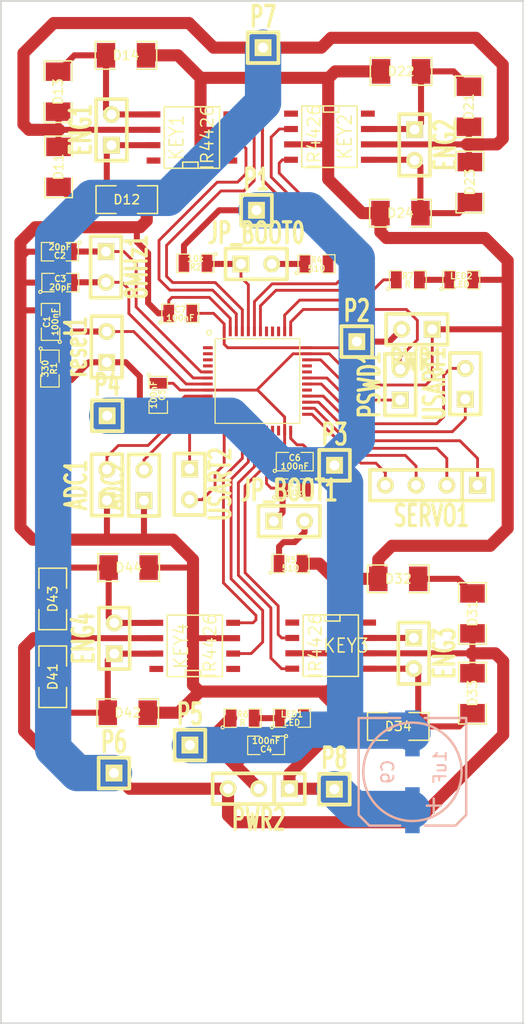
<source format=kicad_pcb>
(kicad_pcb (version 3) (host pcbnew "(2013-07-07 BZR 4022)-stable")

  (general
    (links 126)
    (no_connects 1)
    (area 32.945069 34.215069 76.274931 118.819931)
    (thickness 1.6002)
    (drawings 4)
    (tracks 476)
    (zones 0)
    (modules 62)
    (nets 42)
  )

  (page A3)
  (title_block 
    (title "STM32 Value Line Discovery - Shiled board")
    (rev 1.0)
  )

  (layers
    (15 Front signal)
    (0 Back power)
    (16 B.Adhes user)
    (17 F.Adhes user)
    (18 B.Paste user)
    (19 F.Paste user)
    (20 B.SilkS user)
    (21 F.SilkS user)
    (22 B.Mask user)
    (23 F.Mask user)
    (24 Dwgs.User user)
    (25 Cmts.User user)
    (26 Eco1.User user)
    (27 Eco2.User user)
    (28 Edge.Cuts user)
  )

  (setup
    (last_trace_width 3)
    (user_trace_width 0.235)
    (user_trace_width 0.254)
    (user_trace_width 0.5)
    (user_trace_width 1)
    (user_trace_width 3)
    (trace_clearance 0.254)
    (zone_clearance 0.508)
    (zone_45_only no)
    (trace_min 0.2)
    (segment_width 0.20066)
    (edge_width 0.14986)
    (via_size 0.889)
    (via_drill 0.635)
    (via_min_size 0.889)
    (via_min_drill 0.508)
    (uvia_size 0.508)
    (uvia_drill 0.127)
    (uvias_allowed no)
    (uvia_min_size 0.508)
    (uvia_min_drill 0.127)
    (pcb_text_width 0.29972)
    (pcb_text_size 1.00076 1.00076)
    (mod_edge_width 0.14986)
    (mod_text_size 1.00076 1.00076)
    (mod_text_width 0.14986)
    (pad_size 1.00076 1.00076)
    (pad_drill 0.59944)
    (pad_to_mask_clearance 0)
    (aux_axis_origin 33.0708 34.29)
    (visible_elements 7FFFFF9F)
    (pcbplotparams
      (layerselection 3178497)
      (usegerberextensions true)
      (excludeedgelayer true)
      (linewidth 0.150000)
      (plotframeref false)
      (viasonmask false)
      (mode 1)
      (useauxorigin false)
      (hpglpennumber 1)
      (hpglpenspeed 20)
      (hpglpendiameter 15)
      (hpglpenoverlay 2)
      (psnegative false)
      (psa4output false)
      (plotreference true)
      (plotvalue true)
      (plotothertext true)
      (plotinvisibletext false)
      (padsonsilk false)
      (subtractmaskfromsilk false)
      (outputformat 1)
      (mirror false)
      (drillshape 1)
      (scaleselection 1)
      (outputdirectory ""))
  )

  (net 0 "")
  (net 1 +12V)
  (net 2 N-000001)
  (net 3 N-0000010)
  (net 4 N-0000011)
  (net 5 N-0000012)
  (net 6 N-0000013)
  (net 7 N-0000014)
  (net 8 N-0000015)
  (net 9 N-0000016)
  (net 10 N-0000017)
  (net 11 N-0000018)
  (net 12 N-0000019)
  (net 13 N-000002)
  (net 14 N-0000020)
  (net 15 N-0000021)
  (net 16 N-0000022)
  (net 17 N-0000023)
  (net 18 N-0000024)
  (net 19 N-0000025)
  (net 20 N-0000026)
  (net 21 N-000003)
  (net 22 N-0000035)
  (net 23 N-0000038)
  (net 24 N-0000039)
  (net 25 N-000004)
  (net 26 N-0000044)
  (net 27 N-0000047)
  (net 28 N-0000048)
  (net 29 N-0000053)
  (net 30 N-0000056)
  (net 31 N-0000057)
  (net 32 N-0000058)
  (net 33 N-0000060)
  (net 34 N-0000061)
  (net 35 N-0000062)
  (net 36 N-0000063)
  (net 37 N-000007)
  (net 38 N-000008)
  (net 39 N-000009)
  (net 40 VDD)
  (net 41 VSS)

  (net_class Default "To jest domyślna klasa połączeń."
    (clearance 0.254)
    (trace_width 0.254)
    (via_dia 0.889)
    (via_drill 0.635)
    (uvia_dia 0.508)
    (uvia_drill 0.127)
    (add_net "")
    (add_net +12V)
    (add_net N-000001)
    (add_net N-0000010)
    (add_net N-0000011)
    (add_net N-0000012)
    (add_net N-0000013)
    (add_net N-0000014)
    (add_net N-0000015)
    (add_net N-0000016)
    (add_net N-0000017)
    (add_net N-0000018)
    (add_net N-0000019)
    (add_net N-000002)
    (add_net N-0000020)
    (add_net N-0000021)
    (add_net N-0000022)
    (add_net N-0000023)
    (add_net N-0000024)
    (add_net N-0000025)
    (add_net N-0000026)
    (add_net N-000003)
    (add_net N-0000035)
    (add_net N-0000038)
    (add_net N-0000039)
    (add_net N-000004)
    (add_net N-0000044)
    (add_net N-0000047)
    (add_net N-0000048)
    (add_net N-0000053)
    (add_net N-0000056)
    (add_net N-0000057)
    (add_net N-0000058)
    (add_net N-0000060)
    (add_net N-0000061)
    (add_net N-0000062)
    (add_net N-0000063)
    (add_net N-000007)
    (add_net N-000008)
    (add_net N-000009)
    (add_net VDD)
    (add_net VSS)
  )

  (module SO8N (layer Front) (tedit 52663E5C) (tstamp 52662F25)
    (at 49.03978 87.56396 90)
    (descr "Module CMS SOJ 8 pins large")
    (tags "CMS SOJ")
    (path /526630C4)
    (attr smd)
    (fp_text reference KEY4 (at -0.0254 -1.1303 90) (layer F.SilkS)
      (effects (font (size 1.143 1.016) (thickness 0.127)))
    )
    (fp_text value IR4426 (at 0 1.27 90) (layer F.SilkS)
      (effects (font (size 1.016 1.016) (thickness 0.127)))
    )
    (fp_line (start -2.54 -2.286) (end 2.54 -2.286) (layer F.SilkS) (width 0.127))
    (fp_line (start 2.54 -2.286) (end 2.54 2.286) (layer F.SilkS) (width 0.127))
    (fp_line (start 2.54 2.286) (end -2.54 2.286) (layer F.SilkS) (width 0.127))
    (fp_line (start -2.54 2.286) (end -2.54 -2.286) (layer F.SilkS) (width 0.127))
    (fp_line (start -2.54 -0.762) (end -2.032 -0.762) (layer F.SilkS) (width 0.127))
    (fp_line (start -2.032 -0.762) (end -2.032 0.508) (layer F.SilkS) (width 0.127))
    (fp_line (start -2.032 0.508) (end -2.54 0.508) (layer F.SilkS) (width 0.127))
    (pad 8 smd rect (at -1.905 -3.175 90) (size 0.508 1.143)
      (layers Front F.Paste F.Mask)
    )
    (pad 7 smd rect (at -0.635 -3.175 90) (size 0.508 1.143)
      (layers Front F.Paste F.Mask)
      (net 27 N-0000047)
    )
    (pad 6 smd rect (at 0.635 -3.175 90) (size 0.508 1.143)
      (layers Front F.Paste F.Mask)
      (net 1 +12V)
    )
    (pad 5 smd rect (at 1.905 -3.175 90) (size 0.508 1.143)
      (layers Front F.Paste F.Mask)
      (net 28 N-0000048)
    )
    (pad 4 smd rect (at 1.905 3.175 90) (size 0.508 1.143)
      (layers Front F.Paste F.Mask)
      (net 38 N-000008)
    )
    (pad 3 smd rect (at 0.635 3.175 90) (size 0.508 1.143)
      (layers Front F.Paste F.Mask)
      (net 41 VSS)
    )
    (pad 2 smd rect (at -0.635 3.175 90) (size 0.508 1.143)
      (layers Front F.Paste F.Mask)
      (net 37 N-000007)
    )
    (pad 1 smd rect (at -1.905 3.175 90) (size 0.508 1.143)
      (layers Front F.Paste F.Mask)
    )
    (model smd/cms_so8.wrl
      (at (xyz 0 0 0))
      (scale (xyz 0.5 0.38 0.5))
      (rotate (xyz 0 0 0))
    )
  )

  (module SO8N (layer Front) (tedit 52667928) (tstamp 52662F38)
    (at 60.27674 87.54618 270)
    (descr "Module CMS SOJ 8 pins large")
    (tags "CMS SOJ")
    (path /526630B5)
    (attr smd)
    (fp_text reference KEY3 (at 0 -1.27 360) (layer F.SilkS)
      (effects (font (size 1.143 1.016) (thickness 0.127)))
    )
    (fp_text value IR4426 (at 0 1.27 270) (layer F.SilkS)
      (effects (font (size 1.016 1.016) (thickness 0.127)))
    )
    (fp_line (start -2.54 -2.286) (end 2.54 -2.286) (layer F.SilkS) (width 0.127))
    (fp_line (start 2.54 -2.286) (end 2.54 2.286) (layer F.SilkS) (width 0.127))
    (fp_line (start 2.54 2.286) (end -2.54 2.286) (layer F.SilkS) (width 0.127))
    (fp_line (start -2.54 2.286) (end -2.54 -2.286) (layer F.SilkS) (width 0.127))
    (fp_line (start -2.54 -0.762) (end -2.032 -0.762) (layer F.SilkS) (width 0.127))
    (fp_line (start -2.032 -0.762) (end -2.032 0.508) (layer F.SilkS) (width 0.127))
    (fp_line (start -2.032 0.508) (end -2.54 0.508) (layer F.SilkS) (width 0.127))
    (pad 8 smd rect (at -1.905 -3.175 270) (size 0.508 1.143)
      (layers Front F.Paste F.Mask)
    )
    (pad 7 smd rect (at -0.635 -3.175 270) (size 0.508 1.143)
      (layers Front F.Paste F.Mask)
      (net 33 N-0000060)
    )
    (pad 6 smd rect (at 0.635 -3.175 270) (size 0.508 1.143)
      (layers Front F.Paste F.Mask)
      (net 1 +12V)
    )
    (pad 5 smd rect (at 1.905 -3.175 270) (size 0.508 1.143)
      (layers Front F.Paste F.Mask)
      (net 35 N-0000062)
    )
    (pad 4 smd rect (at 1.905 3.175 270) (size 0.508 1.143)
      (layers Front F.Paste F.Mask)
      (net 11 N-0000018)
    )
    (pad 3 smd rect (at 0.635 3.175 270) (size 0.508 1.143)
      (layers Front F.Paste F.Mask)
      (net 41 VSS)
    )
    (pad 2 smd rect (at -0.635 3.175 270) (size 0.508 1.143)
      (layers Front F.Paste F.Mask)
      (net 12 N-0000019)
    )
    (pad 1 smd rect (at -1.905 3.175 270) (size 0.508 1.143)
      (layers Front F.Paste F.Mask)
    )
    (model smd/cms_so8.wrl
      (at (xyz 0 0 0))
      (scale (xyz 0.5 0.38 0.5))
      (rotate (xyz 0 0 0))
    )
  )

  (module SO8N (layer Front) (tedit 45127296) (tstamp 52662F4B)
    (at 60.1726 45.50664 270)
    (descr "Module CMS SOJ 8 pins large")
    (tags "CMS SOJ")
    (path /52663097)
    (attr smd)
    (fp_text reference KEY2 (at 0 -1.27 270) (layer F.SilkS)
      (effects (font (size 1.143 1.016) (thickness 0.127)))
    )
    (fp_text value IR4426 (at 0 1.27 270) (layer F.SilkS)
      (effects (font (size 1.016 1.016) (thickness 0.127)))
    )
    (fp_line (start -2.54 -2.286) (end 2.54 -2.286) (layer F.SilkS) (width 0.127))
    (fp_line (start 2.54 -2.286) (end 2.54 2.286) (layer F.SilkS) (width 0.127))
    (fp_line (start 2.54 2.286) (end -2.54 2.286) (layer F.SilkS) (width 0.127))
    (fp_line (start -2.54 2.286) (end -2.54 -2.286) (layer F.SilkS) (width 0.127))
    (fp_line (start -2.54 -0.762) (end -2.032 -0.762) (layer F.SilkS) (width 0.127))
    (fp_line (start -2.032 -0.762) (end -2.032 0.508) (layer F.SilkS) (width 0.127))
    (fp_line (start -2.032 0.508) (end -2.54 0.508) (layer F.SilkS) (width 0.127))
    (pad 8 smd rect (at -1.905 -3.175 270) (size 0.508 1.143)
      (layers Front F.Paste F.Mask)
    )
    (pad 7 smd rect (at -0.635 -3.175 270) (size 0.508 1.143)
      (layers Front F.Paste F.Mask)
      (net 31 N-0000057)
    )
    (pad 6 smd rect (at 0.635 -3.175 270) (size 0.508 1.143)
      (layers Front F.Paste F.Mask)
      (net 1 +12V)
    )
    (pad 5 smd rect (at 1.905 -3.175 270) (size 0.508 1.143)
      (layers Front F.Paste F.Mask)
      (net 32 N-0000058)
    )
    (pad 4 smd rect (at 1.905 3.175 270) (size 0.508 1.143)
      (layers Front F.Paste F.Mask)
      (net 2 N-000001)
    )
    (pad 3 smd rect (at 0.635 3.175 270) (size 0.508 1.143)
      (layers Front F.Paste F.Mask)
      (net 41 VSS)
    )
    (pad 2 smd rect (at -0.635 3.175 270) (size 0.508 1.143)
      (layers Front F.Paste F.Mask)
      (net 16 N-0000022)
    )
    (pad 1 smd rect (at -1.905 3.175 270) (size 0.508 1.143)
      (layers Front F.Paste F.Mask)
    )
    (model smd/cms_so8.wrl
      (at (xyz 0 0 0))
      (scale (xyz 0.5 0.38 0.5))
      (rotate (xyz 0 0 0))
    )
  )

  (module SO8N (layer Front) (tedit 52667879) (tstamp 527B80AC)
    (at 48.8061 45.57268 90)
    (descr "Module CMS SOJ 8 pins large")
    (tags "CMS SOJ")
    (path /526630A6)
    (attr smd)
    (fp_text reference KEY1 (at 0 -1.27 90) (layer F.SilkS)
      (effects (font (size 1.143 1.016) (thickness 0.127)))
    )
    (fp_text value IR4426 (at 0 1.27 90) (layer F.SilkS)
      (effects (font (size 1.016 1.016) (thickness 0.127)))
    )
    (fp_line (start -2.54 -2.286) (end 2.54 -2.286) (layer F.SilkS) (width 0.127))
    (fp_line (start 2.54 -2.286) (end 2.54 2.286) (layer F.SilkS) (width 0.127))
    (fp_line (start 2.54 2.286) (end -2.54 2.286) (layer F.SilkS) (width 0.127))
    (fp_line (start -2.54 2.286) (end -2.54 -2.286) (layer F.SilkS) (width 0.127))
    (fp_line (start -2.54 -0.762) (end -2.032 -0.762) (layer F.SilkS) (width 0.127))
    (fp_line (start -2.032 -0.762) (end -2.032 0.508) (layer F.SilkS) (width 0.127))
    (fp_line (start -2.032 0.508) (end -2.54 0.508) (layer F.SilkS) (width 0.127))
    (pad 8 smd rect (at -1.905 -3.175 90) (size 0.508 1.143)
      (layers Front F.Paste F.Mask)
    )
    (pad 7 smd rect (at -0.635 -3.175 90) (size 0.508 1.143)
      (layers Front F.Paste F.Mask)
      (net 29 N-0000053)
    )
    (pad 6 smd rect (at 0.635 -3.175 90) (size 0.508 1.143)
      (layers Front F.Paste F.Mask)
      (net 1 +12V)
    )
    (pad 5 smd rect (at 1.905 -3.175 90) (size 0.508 1.143)
      (layers Front F.Paste F.Mask)
      (net 26 N-0000044)
    )
    (pad 4 smd rect (at 1.905 3.175 90) (size 0.508 1.143)
      (layers Front F.Paste F.Mask)
      (net 13 N-000002)
    )
    (pad 3 smd rect (at 0.635 3.175 90) (size 0.508 1.143)
      (layers Front F.Paste F.Mask)
      (net 41 VSS)
    )
    (pad 2 smd rect (at -0.635 3.175 90) (size 0.508 1.143)
      (layers Front F.Paste F.Mask)
      (net 21 N-000003)
    )
    (pad 1 smd rect (at -1.905 3.175 90) (size 0.508 1.143)
      (layers Front F.Paste F.Mask)
    )
    (model smd/cms_so8.wrl
      (at (xyz 0 0 0))
      (scale (xyz 0.5 0.38 0.5))
      (rotate (xyz 0 0 0))
    )
  )

  (module SIL-4 (layer Front) (tedit 200000) (tstamp 526630D9)
    (at 68.6054 74.295 180)
    (descr "Connecteur 4 pibs")
    (tags "CONN DEV")
    (path /525D363D)
    (fp_text reference SERVO1 (at 0 -2.54 180) (layer F.SilkS)
      (effects (font (size 1.73482 1.08712) (thickness 0.3048)))
    )
    (fp_text value CONN_4 (at 0 -2.54 180) (layer F.SilkS) hide
      (effects (font (size 1.524 1.016) (thickness 0.3048)))
    )
    (fp_line (start -5.08 -1.27) (end -5.08 -1.27) (layer F.SilkS) (width 0.3048))
    (fp_line (start -5.08 1.27) (end -5.08 -1.27) (layer F.SilkS) (width 0.3048))
    (fp_line (start -5.08 -1.27) (end -5.08 -1.27) (layer F.SilkS) (width 0.3048))
    (fp_line (start -5.08 -1.27) (end 5.08 -1.27) (layer F.SilkS) (width 0.3048))
    (fp_line (start 5.08 -1.27) (end 5.08 1.27) (layer F.SilkS) (width 0.3048))
    (fp_line (start 5.08 1.27) (end -5.08 1.27) (layer F.SilkS) (width 0.3048))
    (fp_line (start -2.54 1.27) (end -2.54 -1.27) (layer F.SilkS) (width 0.3048))
    (pad 1 thru_hole rect (at -3.81 0 180) (size 1.397 1.397) (drill 0.8128)
      (layers *.Cu *.Mask F.SilkS)
      (net 4 N-0000011)
    )
    (pad 2 thru_hole circle (at -1.27 0 180) (size 1.397 1.397) (drill 0.8128)
      (layers *.Cu *.Mask F.SilkS)
      (net 7 N-0000014)
    )
    (pad 3 thru_hole circle (at 1.27 0 180) (size 1.397 1.397) (drill 0.8128)
      (layers *.Cu *.Mask F.SilkS)
      (net 6 N-0000013)
    )
    (pad 4 thru_hole circle (at 3.81 0 180) (size 1.397 1.397) (drill 0.8128)
      (layers *.Cu *.Mask F.SilkS)
      (net 5 N-0000012)
    )
  )

  (module SIL-2 (layer Front) (tedit 200000) (tstamp 527B6DCB)
    (at 42.3926 86.93912 90)
    (descr "Connecteurs 2 pins")
    (tags "CONN DEV")
    (path /525D0888)
    (fp_text reference ENG4 (at 0 -2.54 90) (layer F.SilkS)
      (effects (font (size 1.72974 1.08712) (thickness 0.3048)))
    )
    (fp_text value engpin (at 0 -2.54 90) (layer F.SilkS) hide
      (effects (font (size 1.524 1.016) (thickness 0.3048)))
    )
    (fp_line (start -2.54 1.27) (end -2.54 -1.27) (layer F.SilkS) (width 0.3048))
    (fp_line (start -2.54 -1.27) (end 2.54 -1.27) (layer F.SilkS) (width 0.3048))
    (fp_line (start 2.54 -1.27) (end 2.54 1.27) (layer F.SilkS) (width 0.3048))
    (fp_line (start 2.54 1.27) (end -2.54 1.27) (layer F.SilkS) (width 0.3048))
    (pad 1 thru_hole rect (at -1.27 0 90) (size 1.397 1.397) (drill 0.8128)
      (layers *.Cu *.Mask F.SilkS)
      (net 27 N-0000047)
    )
    (pad 2 thru_hole circle (at 1.27 0 90) (size 1.397 1.397) (drill 0.8128)
      (layers *.Cu *.Mask F.SilkS)
      (net 28 N-0000048)
    )
  )

  (module SIL-2 (layer Front) (tedit 200000) (tstamp 52663129)
    (at 67.2084 46.18736 270)
    (descr "Connecteurs 2 pins")
    (tags "CONN DEV")
    (path /525D046A)
    (fp_text reference ENG2 (at 0 -2.54 270) (layer F.SilkS)
      (effects (font (size 1.72974 1.08712) (thickness 0.3048)))
    )
    (fp_text value engpin (at 0 -2.54 270) (layer F.SilkS) hide
      (effects (font (size 1.524 1.016) (thickness 0.3048)))
    )
    (fp_line (start -2.54 1.27) (end -2.54 -1.27) (layer F.SilkS) (width 0.3048))
    (fp_line (start -2.54 -1.27) (end 2.54 -1.27) (layer F.SilkS) (width 0.3048))
    (fp_line (start 2.54 -1.27) (end 2.54 1.27) (layer F.SilkS) (width 0.3048))
    (fp_line (start 2.54 1.27) (end -2.54 1.27) (layer F.SilkS) (width 0.3048))
    (pad 1 thru_hole rect (at -1.27 0 270) (size 1.397 1.397) (drill 0.8128)
      (layers *.Cu *.Mask F.SilkS)
      (net 31 N-0000057)
    )
    (pad 2 thru_hole circle (at 1.27 0 270) (size 1.397 1.397) (drill 0.8128)
      (layers *.Cu *.Mask F.SilkS)
      (net 32 N-0000058)
    )
  )

  (module SIL-2 (layer Front) (tedit 200000) (tstamp 52663133)
    (at 41.70172 56.26354 270)
    (descr "Connecteurs 2 pins")
    (tags "CONN DEV")
    (path /52384923)
    (fp_text reference 8MHz1 (at 0 -2.54 270) (layer F.SilkS)
      (effects (font (size 1.72974 1.08712) (thickness 0.3048)))
    )
    (fp_text value CRYSTAL (at 0 -2.54 270) (layer F.SilkS) hide
      (effects (font (size 1.524 1.016) (thickness 0.3048)))
    )
    (fp_line (start -2.54 1.27) (end -2.54 -1.27) (layer F.SilkS) (width 0.3048))
    (fp_line (start -2.54 -1.27) (end 2.54 -1.27) (layer F.SilkS) (width 0.3048))
    (fp_line (start 2.54 -1.27) (end 2.54 1.27) (layer F.SilkS) (width 0.3048))
    (fp_line (start 2.54 1.27) (end -2.54 1.27) (layer F.SilkS) (width 0.3048))
    (pad 1 thru_hole rect (at -1.27 0 270) (size 1.397 1.397) (drill 0.8128)
      (layers *.Cu *.Mask F.SilkS)
      (net 34 N-0000061)
    )
    (pad 2 thru_hole circle (at 1.27 0 270) (size 1.397 1.397) (drill 0.8128)
      (layers *.Cu *.Mask F.SilkS)
      (net 24 N-0000039)
    )
  )

  (module SIL-2 (layer Front) (tedit 200000) (tstamp 527B627E)
    (at 54.12994 56.01716)
    (descr "Connecteurs 2 pins")
    (tags "CONN DEV")
    (path /525CF90A)
    (fp_text reference JP_BOOT0 (at 0 -2.54) (layer F.SilkS)
      (effects (font (size 1.72974 1.08712) (thickness 0.3048)))
    )
    (fp_text value BREAKER (at 0 -2.54) (layer F.SilkS) hide
      (effects (font (size 1.524 1.016) (thickness 0.3048)))
    )
    (fp_line (start -2.54 1.27) (end -2.54 -1.27) (layer F.SilkS) (width 0.3048))
    (fp_line (start -2.54 -1.27) (end 2.54 -1.27) (layer F.SilkS) (width 0.3048))
    (fp_line (start 2.54 -1.27) (end 2.54 1.27) (layer F.SilkS) (width 0.3048))
    (fp_line (start 2.54 1.27) (end -2.54 1.27) (layer F.SilkS) (width 0.3048))
    (pad 1 thru_hole rect (at -1.27 0) (size 1.397 1.397) (drill 0.8128)
      (layers *.Cu *.Mask F.SilkS)
      (net 3 N-0000010)
    )
    (pad 2 thru_hole circle (at 1.27 0) (size 1.397 1.397) (drill 0.8128)
      (layers *.Cu *.Mask F.SilkS)
      (net 22 N-0000035)
    )
  )

  (module SIL-2 (layer Front) (tedit 200000) (tstamp 52663147)
    (at 42.15638 44.94276 90)
    (descr "Connecteurs 2 pins")
    (tags "CONN DEV")
    (path /524852E5)
    (fp_text reference ENG1 (at 0 -2.54 90) (layer F.SilkS)
      (effects (font (size 1.72974 1.08712) (thickness 0.3048)))
    )
    (fp_text value engpin (at 0 -2.54 90) (layer F.SilkS) hide
      (effects (font (size 1.524 1.016) (thickness 0.3048)))
    )
    (fp_line (start -2.54 1.27) (end -2.54 -1.27) (layer F.SilkS) (width 0.3048))
    (fp_line (start -2.54 -1.27) (end 2.54 -1.27) (layer F.SilkS) (width 0.3048))
    (fp_line (start 2.54 -1.27) (end 2.54 1.27) (layer F.SilkS) (width 0.3048))
    (fp_line (start 2.54 1.27) (end -2.54 1.27) (layer F.SilkS) (width 0.3048))
    (pad 1 thru_hole rect (at -1.27 0 90) (size 1.397 1.397) (drill 0.8128)
      (layers *.Cu *.Mask F.SilkS)
      (net 29 N-0000053)
    )
    (pad 2 thru_hole circle (at 1.27 0 90) (size 1.397 1.397) (drill 0.8128)
      (layers *.Cu *.Mask F.SilkS)
      (net 26 N-0000044)
    )
  )

  (module SIL-2 (layer Front) (tedit 200000) (tstamp 52663151)
    (at 67.13728 88.1761 270)
    (descr "Connecteurs 2 pins")
    (tags "CONN DEV")
    (path /5247758D)
    (fp_text reference ENG3 (at 0 -2.54 270) (layer F.SilkS)
      (effects (font (size 1.72974 1.08712) (thickness 0.3048)))
    )
    (fp_text value engpin (at 0 -2.54 270) (layer F.SilkS) hide
      (effects (font (size 1.524 1.016) (thickness 0.3048)))
    )
    (fp_line (start -2.54 1.27) (end -2.54 -1.27) (layer F.SilkS) (width 0.3048))
    (fp_line (start -2.54 -1.27) (end 2.54 -1.27) (layer F.SilkS) (width 0.3048))
    (fp_line (start 2.54 -1.27) (end 2.54 1.27) (layer F.SilkS) (width 0.3048))
    (fp_line (start 2.54 1.27) (end -2.54 1.27) (layer F.SilkS) (width 0.3048))
    (pad 1 thru_hole rect (at -1.27 0 270) (size 1.397 1.397) (drill 0.8128)
      (layers *.Cu *.Mask F.SilkS)
      (net 33 N-0000060)
    )
    (pad 2 thru_hole circle (at 1.27 0 270) (size 1.397 1.397) (drill 0.8128)
      (layers *.Cu *.Mask F.SilkS)
      (net 35 N-0000062)
    )
  )

  (module SIL-2 (layer Front) (tedit 200000) (tstamp 5266315B)
    (at 56.8452 77.2668)
    (descr "Connecteurs 2 pins")
    (tags "CONN DEV")
    (path /52445DA3)
    (fp_text reference JP_BOOT1 (at 0 -2.54) (layer F.SilkS)
      (effects (font (size 1.72974 1.08712) (thickness 0.3048)))
    )
    (fp_text value BREAKER (at 0 -2.54) (layer F.SilkS) hide
      (effects (font (size 1.524 1.016) (thickness 0.3048)))
    )
    (fp_line (start -2.54 1.27) (end -2.54 -1.27) (layer F.SilkS) (width 0.3048))
    (fp_line (start -2.54 -1.27) (end 2.54 -1.27) (layer F.SilkS) (width 0.3048))
    (fp_line (start 2.54 -1.27) (end 2.54 1.27) (layer F.SilkS) (width 0.3048))
    (fp_line (start 2.54 1.27) (end -2.54 1.27) (layer F.SilkS) (width 0.3048))
    (pad 1 thru_hole rect (at -1.27 0) (size 1.397 1.397) (drill 0.8128)
      (layers *.Cu *.Mask F.SilkS)
      (net 25 N-000004)
    )
    (pad 2 thru_hole circle (at 1.27 0) (size 1.397 1.397) (drill 0.8128)
      (layers *.Cu *.Mask F.SilkS)
      (net 23 N-0000038)
    )
  )

  (module SIL-2 (layer Front) (tedit 200000) (tstamp 52663165)
    (at 41.76268 62.87008 90)
    (descr "Connecteurs 2 pins")
    (tags "CONN DEV")
    (path /52384A97)
    (fp_text reference reset1 (at 0 -2.54 90) (layer F.SilkS)
      (effects (font (size 1.72974 1.08712) (thickness 0.3048)))
    )
    (fp_text value SW_PUSH (at 0 -2.54 90) (layer F.SilkS) hide
      (effects (font (size 1.524 1.016) (thickness 0.3048)))
    )
    (fp_line (start -2.54 1.27) (end -2.54 -1.27) (layer F.SilkS) (width 0.3048))
    (fp_line (start -2.54 -1.27) (end 2.54 -1.27) (layer F.SilkS) (width 0.3048))
    (fp_line (start 2.54 -1.27) (end 2.54 1.27) (layer F.SilkS) (width 0.3048))
    (fp_line (start 2.54 1.27) (end -2.54 1.27) (layer F.SilkS) (width 0.3048))
    (pad 1 thru_hole rect (at -1.27 0 90) (size 1.397 1.397) (drill 0.8128)
      (layers *.Cu *.Mask F.SilkS)
      (net 40 VDD)
    )
    (pad 2 thru_hole circle (at 1.27 0 90) (size 1.397 1.397) (drill 0.8128)
      (layers *.Cu *.Mask F.SilkS)
      (net 39 N-000009)
    )
  )

  (module SIL-2 (layer Front) (tedit 200000) (tstamp 527B58E1)
    (at 44.8437 74.295 90)
    (descr "Connecteurs 2 pins")
    (tags "CONN DEV")
    (path /527B57AD)
    (fp_text reference ADC2 (at 0 -2.54 90) (layer F.SilkS)
      (effects (font (size 1.72974 1.08712) (thickness 0.3048)))
    )
    (fp_text value CONN_2 (at 0 -2.54 90) (layer F.SilkS) hide
      (effects (font (size 1.524 1.016) (thickness 0.3048)))
    )
    (fp_line (start -2.54 1.27) (end -2.54 -1.27) (layer F.SilkS) (width 0.3048))
    (fp_line (start -2.54 -1.27) (end 2.54 -1.27) (layer F.SilkS) (width 0.3048))
    (fp_line (start 2.54 -1.27) (end 2.54 1.27) (layer F.SilkS) (width 0.3048))
    (fp_line (start 2.54 1.27) (end -2.54 1.27) (layer F.SilkS) (width 0.3048))
    (pad 1 thru_hole rect (at -1.27 0 90) (size 1.397 1.397) (drill 0.8128)
      (layers *.Cu *.Mask F.SilkS)
      (net 41 VSS)
    )
    (pad 2 thru_hole circle (at 1.27 0 90) (size 1.397 1.397) (drill 0.8128)
      (layers *.Cu *.Mask F.SilkS)
      (net 15 N-0000021)
    )
  )

  (module SIL-2 (layer Front) (tedit 200000) (tstamp 527B58EB)
    (at 41.783 74.26706 90)
    (descr "Connecteurs 2 pins")
    (tags "CONN DEV")
    (path /527B57C9)
    (fp_text reference ADC1 (at 0 -2.54 90) (layer F.SilkS)
      (effects (font (size 1.72974 1.08712) (thickness 0.3048)))
    )
    (fp_text value CONN_2 (at 0 -2.54 90) (layer F.SilkS) hide
      (effects (font (size 1.524 1.016) (thickness 0.3048)))
    )
    (fp_line (start -2.54 1.27) (end -2.54 -1.27) (layer F.SilkS) (width 0.3048))
    (fp_line (start -2.54 -1.27) (end 2.54 -1.27) (layer F.SilkS) (width 0.3048))
    (fp_line (start 2.54 -1.27) (end 2.54 1.27) (layer F.SilkS) (width 0.3048))
    (fp_line (start 2.54 1.27) (end -2.54 1.27) (layer F.SilkS) (width 0.3048))
    (pad 1 thru_hole rect (at -1.27 0 90) (size 1.397 1.397) (drill 0.8128)
      (layers *.Cu *.Mask F.SilkS)
      (net 41 VSS)
    )
    (pad 2 thru_hole circle (at 1.27 0 90) (size 1.397 1.397) (drill 0.8128)
      (layers *.Cu *.Mask F.SilkS)
      (net 14 N-0000020)
    )
  )

  (module SM1206 (layer Front) (tedit 42806E24) (tstamp 52663FCD)
    (at 37.7444 41.78808 270)
    (path /524852FB)
    (attr smd)
    (fp_text reference D13 (at 0 0 270) (layer F.SilkS)
      (effects (font (size 0.762 0.762) (thickness 0.127)))
    )
    (fp_text value DIODE (at 0 0 270) (layer F.SilkS) hide
      (effects (font (size 0.762 0.762) (thickness 0.127)))
    )
    (fp_line (start -2.54 -1.143) (end -2.54 1.143) (layer F.SilkS) (width 0.127))
    (fp_line (start -2.54 1.143) (end -0.889 1.143) (layer F.SilkS) (width 0.127))
    (fp_line (start 0.889 -1.143) (end 2.54 -1.143) (layer F.SilkS) (width 0.127))
    (fp_line (start 2.54 -1.143) (end 2.54 1.143) (layer F.SilkS) (width 0.127))
    (fp_line (start 2.54 1.143) (end 0.889 1.143) (layer F.SilkS) (width 0.127))
    (fp_line (start -0.889 -1.143) (end -2.54 -1.143) (layer F.SilkS) (width 0.127))
    (pad 1 smd rect (at -1.651 0 270) (size 1.524 2.032)
      (layers Front F.Paste F.Mask)
      (net 26 N-0000044)
    )
    (pad 2 smd rect (at 1.651 0 270) (size 1.524 2.032)
      (layers Front F.Paste F.Mask)
      (net 1 +12V)
    )
    (model smd/chip_cms.wrl
      (at (xyz 0 0 0))
      (scale (xyz 0.17 0.16 0.16))
      (rotate (xyz 0 0 0))
    )
  )

  (module SM1206 (layer Front) (tedit 42806E24) (tstamp 5266400E)
    (at 43.57878 81.09712 180)
    (path /524844F0)
    (attr smd)
    (fp_text reference D44 (at 0 0 180) (layer F.SilkS)
      (effects (font (size 0.762 0.762) (thickness 0.127)))
    )
    (fp_text value DIODE (at 0 0 180) (layer F.SilkS) hide
      (effects (font (size 0.762 0.762) (thickness 0.127)))
    )
    (fp_line (start -2.54 -1.143) (end -2.54 1.143) (layer F.SilkS) (width 0.127))
    (fp_line (start -2.54 1.143) (end -0.889 1.143) (layer F.SilkS) (width 0.127))
    (fp_line (start 0.889 -1.143) (end 2.54 -1.143) (layer F.SilkS) (width 0.127))
    (fp_line (start 2.54 -1.143) (end 2.54 1.143) (layer F.SilkS) (width 0.127))
    (fp_line (start 2.54 1.143) (end 0.889 1.143) (layer F.SilkS) (width 0.127))
    (fp_line (start -0.889 -1.143) (end -2.54 -1.143) (layer F.SilkS) (width 0.127))
    (pad 1 smd rect (at -1.651 0 180) (size 1.524 2.032)
      (layers Front F.Paste F.Mask)
      (net 41 VSS)
    )
    (pad 2 smd rect (at 1.651 0 180) (size 1.524 2.032)
      (layers Front F.Paste F.Mask)
      (net 28 N-0000048)
    )
    (model smd/chip_cms.wrl
      (at (xyz 0 0 0))
      (scale (xyz 0.17 0.16 0.16))
      (rotate (xyz 0 0 0))
    )
  )

  (module SM1206 (layer Front) (tedit 42806E24) (tstamp 52664001)
    (at 37.30498 83.68792 270)
    (path /524844FF)
    (attr smd)
    (fp_text reference D43 (at 0 0 270) (layer F.SilkS)
      (effects (font (size 0.762 0.762) (thickness 0.127)))
    )
    (fp_text value DIODE (at 0 0 270) (layer F.SilkS) hide
      (effects (font (size 0.762 0.762) (thickness 0.127)))
    )
    (fp_line (start -2.54 -1.143) (end -2.54 1.143) (layer F.SilkS) (width 0.127))
    (fp_line (start -2.54 1.143) (end -0.889 1.143) (layer F.SilkS) (width 0.127))
    (fp_line (start 0.889 -1.143) (end 2.54 -1.143) (layer F.SilkS) (width 0.127))
    (fp_line (start 2.54 -1.143) (end 2.54 1.143) (layer F.SilkS) (width 0.127))
    (fp_line (start 2.54 1.143) (end 0.889 1.143) (layer F.SilkS) (width 0.127))
    (fp_line (start -0.889 -1.143) (end -2.54 -1.143) (layer F.SilkS) (width 0.127))
    (pad 1 smd rect (at -1.651 0 270) (size 1.524 2.032)
      (layers Front F.Paste F.Mask)
      (net 28 N-0000048)
    )
    (pad 2 smd rect (at 1.651 0 270) (size 1.524 2.032)
      (layers Front F.Paste F.Mask)
      (net 1 +12V)
    )
    (model smd/chip_cms.wrl
      (at (xyz 0 0 0))
      (scale (xyz 0.17 0.16 0.16))
      (rotate (xyz 0 0 0))
    )
  )

  (module SM1206 (layer Front) (tedit 42806E24) (tstamp 52663FF4)
    (at 37.30498 90.11412 90)
    (path /5248450E)
    (attr smd)
    (fp_text reference D41 (at 0 0 90) (layer F.SilkS)
      (effects (font (size 0.762 0.762) (thickness 0.127)))
    )
    (fp_text value DIODE (at 0 0 90) (layer F.SilkS) hide
      (effects (font (size 0.762 0.762) (thickness 0.127)))
    )
    (fp_line (start -2.54 -1.143) (end -2.54 1.143) (layer F.SilkS) (width 0.127))
    (fp_line (start -2.54 1.143) (end -0.889 1.143) (layer F.SilkS) (width 0.127))
    (fp_line (start 0.889 -1.143) (end 2.54 -1.143) (layer F.SilkS) (width 0.127))
    (fp_line (start 2.54 -1.143) (end 2.54 1.143) (layer F.SilkS) (width 0.127))
    (fp_line (start 2.54 1.143) (end 0.889 1.143) (layer F.SilkS) (width 0.127))
    (fp_line (start -0.889 -1.143) (end -2.54 -1.143) (layer F.SilkS) (width 0.127))
    (pad 1 smd rect (at -1.651 0 90) (size 1.524 2.032)
      (layers Front F.Paste F.Mask)
      (net 27 N-0000047)
    )
    (pad 2 smd rect (at 1.651 0 90) (size 1.524 2.032)
      (layers Front F.Paste F.Mask)
      (net 1 +12V)
    )
    (model smd/chip_cms.wrl
      (at (xyz 0 0 0))
      (scale (xyz 0.17 0.16 0.16))
      (rotate (xyz 0 0 0))
    )
  )

  (module SM1206 (layer Front) (tedit 42806E24) (tstamp 52663FE7)
    (at 43.50258 93.08592 180)
    (path /5248451D)
    (attr smd)
    (fp_text reference D42 (at 0 0 180) (layer F.SilkS)
      (effects (font (size 0.762 0.762) (thickness 0.127)))
    )
    (fp_text value DIODE (at 0 0 180) (layer F.SilkS) hide
      (effects (font (size 0.762 0.762) (thickness 0.127)))
    )
    (fp_line (start -2.54 -1.143) (end -2.54 1.143) (layer F.SilkS) (width 0.127))
    (fp_line (start -2.54 1.143) (end -0.889 1.143) (layer F.SilkS) (width 0.127))
    (fp_line (start 0.889 -1.143) (end 2.54 -1.143) (layer F.SilkS) (width 0.127))
    (fp_line (start 2.54 -1.143) (end 2.54 1.143) (layer F.SilkS) (width 0.127))
    (fp_line (start 2.54 1.143) (end 0.889 1.143) (layer F.SilkS) (width 0.127))
    (fp_line (start -0.889 -1.143) (end -2.54 -1.143) (layer F.SilkS) (width 0.127))
    (pad 1 smd rect (at -1.651 0 180) (size 1.524 2.032)
      (layers Front F.Paste F.Mask)
      (net 41 VSS)
    )
    (pad 2 smd rect (at 1.651 0 180) (size 1.524 2.032)
      (layers Front F.Paste F.Mask)
      (net 27 N-0000047)
    )
    (model smd/chip_cms.wrl
      (at (xyz 0 0 0))
      (scale (xyz 0.17 0.16 0.16))
      (rotate (xyz 0 0 0))
    )
  )

  (module SM1206 (layer Front) (tedit 42806E24) (tstamp 52663FDA)
    (at 43.3578 38.7858 180)
    (path /524852F5)
    (attr smd)
    (fp_text reference D14 (at 0 0 180) (layer F.SilkS)
      (effects (font (size 0.762 0.762) (thickness 0.127)))
    )
    (fp_text value DIODE (at 0 0 180) (layer F.SilkS) hide
      (effects (font (size 0.762 0.762) (thickness 0.127)))
    )
    (fp_line (start -2.54 -1.143) (end -2.54 1.143) (layer F.SilkS) (width 0.127))
    (fp_line (start -2.54 1.143) (end -0.889 1.143) (layer F.SilkS) (width 0.127))
    (fp_line (start 0.889 -1.143) (end 2.54 -1.143) (layer F.SilkS) (width 0.127))
    (fp_line (start 2.54 -1.143) (end 2.54 1.143) (layer F.SilkS) (width 0.127))
    (fp_line (start 2.54 1.143) (end 0.889 1.143) (layer F.SilkS) (width 0.127))
    (fp_line (start -0.889 -1.143) (end -2.54 -1.143) (layer F.SilkS) (width 0.127))
    (pad 1 smd rect (at -1.651 0 180) (size 1.524 2.032)
      (layers Front F.Paste F.Mask)
      (net 41 VSS)
    )
    (pad 2 smd rect (at 1.651 0 180) (size 1.524 2.032)
      (layers Front F.Paste F.Mask)
      (net 26 N-0000044)
    )
    (model smd/chip_cms.wrl
      (at (xyz 0 0 0))
      (scale (xyz 0.17 0.16 0.16))
      (rotate (xyz 0 0 0))
    )
  )

  (module SM1206 (layer Front) (tedit 42806E24) (tstamp 52663FC0)
    (at 37.7825 47.99838 90)
    (path /52485301)
    (attr smd)
    (fp_text reference D11 (at 0 0 90) (layer F.SilkS)
      (effects (font (size 0.762 0.762) (thickness 0.127)))
    )
    (fp_text value DIODE (at 0 0 90) (layer F.SilkS) hide
      (effects (font (size 0.762 0.762) (thickness 0.127)))
    )
    (fp_line (start -2.54 -1.143) (end -2.54 1.143) (layer F.SilkS) (width 0.127))
    (fp_line (start -2.54 1.143) (end -0.889 1.143) (layer F.SilkS) (width 0.127))
    (fp_line (start 0.889 -1.143) (end 2.54 -1.143) (layer F.SilkS) (width 0.127))
    (fp_line (start 2.54 -1.143) (end 2.54 1.143) (layer F.SilkS) (width 0.127))
    (fp_line (start 2.54 1.143) (end 0.889 1.143) (layer F.SilkS) (width 0.127))
    (fp_line (start -0.889 -1.143) (end -2.54 -1.143) (layer F.SilkS) (width 0.127))
    (pad 1 smd rect (at -1.651 0 90) (size 1.524 2.032)
      (layers Front F.Paste F.Mask)
      (net 29 N-0000053)
    )
    (pad 2 smd rect (at 1.651 0 90) (size 1.524 2.032)
      (layers Front F.Paste F.Mask)
      (net 1 +12V)
    )
    (model smd/chip_cms.wrl
      (at (xyz 0 0 0))
      (scale (xyz 0.17 0.16 0.16))
      (rotate (xyz 0 0 0))
    )
  )

  (module SM1206 (layer Front) (tedit 42806E24) (tstamp 52663FB3)
    (at 43.4213 50.70348 180)
    (path /52485307)
    (attr smd)
    (fp_text reference D12 (at 0 0 180) (layer F.SilkS)
      (effects (font (size 0.762 0.762) (thickness 0.127)))
    )
    (fp_text value DIODE (at 0 0 180) (layer F.SilkS) hide
      (effects (font (size 0.762 0.762) (thickness 0.127)))
    )
    (fp_line (start -2.54 -1.143) (end -2.54 1.143) (layer F.SilkS) (width 0.127))
    (fp_line (start -2.54 1.143) (end -0.889 1.143) (layer F.SilkS) (width 0.127))
    (fp_line (start 0.889 -1.143) (end 2.54 -1.143) (layer F.SilkS) (width 0.127))
    (fp_line (start 2.54 -1.143) (end 2.54 1.143) (layer F.SilkS) (width 0.127))
    (fp_line (start 2.54 1.143) (end 0.889 1.143) (layer F.SilkS) (width 0.127))
    (fp_line (start -0.889 -1.143) (end -2.54 -1.143) (layer F.SilkS) (width 0.127))
    (pad 1 smd rect (at -1.651 0 180) (size 1.524 2.032)
      (layers Front F.Paste F.Mask)
      (net 41 VSS)
    )
    (pad 2 smd rect (at 1.651 0 180) (size 1.524 2.032)
      (layers Front F.Paste F.Mask)
      (net 29 N-0000053)
    )
    (model smd/chip_cms.wrl
      (at (xyz 0 0 0))
      (scale (xyz 0.17 0.16 0.16))
      (rotate (xyz 0 0 0))
    )
  )

  (module SM1206 (layer Front) (tedit 42806E24) (tstamp 52663F8C)
    (at 66.04 51.82108)
    (path /525D0476)
    (attr smd)
    (fp_text reference D24 (at 0 0) (layer F.SilkS)
      (effects (font (size 0.762 0.762) (thickness 0.127)))
    )
    (fp_text value DIODE (at 0 0) (layer F.SilkS) hide
      (effects (font (size 0.762 0.762) (thickness 0.127)))
    )
    (fp_line (start -2.54 -1.143) (end -2.54 1.143) (layer F.SilkS) (width 0.127))
    (fp_line (start -2.54 1.143) (end -0.889 1.143) (layer F.SilkS) (width 0.127))
    (fp_line (start 0.889 -1.143) (end 2.54 -1.143) (layer F.SilkS) (width 0.127))
    (fp_line (start 2.54 -1.143) (end 2.54 1.143) (layer F.SilkS) (width 0.127))
    (fp_line (start 2.54 1.143) (end 0.889 1.143) (layer F.SilkS) (width 0.127))
    (fp_line (start -0.889 -1.143) (end -2.54 -1.143) (layer F.SilkS) (width 0.127))
    (pad 1 smd rect (at -1.651 0) (size 1.524 2.032)
      (layers Front F.Paste F.Mask)
      (net 41 VSS)
    )
    (pad 2 smd rect (at 1.651 0) (size 1.524 2.032)
      (layers Front F.Paste F.Mask)
      (net 32 N-0000058)
    )
    (model smd/chip_cms.wrl
      (at (xyz 0 0 0))
      (scale (xyz 0.17 0.16 0.16))
      (rotate (xyz 0 0 0))
    )
  )

  (module SM1206 (layer Front) (tedit 42806E24) (tstamp 52663F7F)
    (at 71.7804 49.25568 90)
    (path /525D047C)
    (attr smd)
    (fp_text reference D23 (at 0 0 90) (layer F.SilkS)
      (effects (font (size 0.762 0.762) (thickness 0.127)))
    )
    (fp_text value DIODE (at 0 0 90) (layer F.SilkS) hide
      (effects (font (size 0.762 0.762) (thickness 0.127)))
    )
    (fp_line (start -2.54 -1.143) (end -2.54 1.143) (layer F.SilkS) (width 0.127))
    (fp_line (start -2.54 1.143) (end -0.889 1.143) (layer F.SilkS) (width 0.127))
    (fp_line (start 0.889 -1.143) (end 2.54 -1.143) (layer F.SilkS) (width 0.127))
    (fp_line (start 2.54 -1.143) (end 2.54 1.143) (layer F.SilkS) (width 0.127))
    (fp_line (start 2.54 1.143) (end 0.889 1.143) (layer F.SilkS) (width 0.127))
    (fp_line (start -0.889 -1.143) (end -2.54 -1.143) (layer F.SilkS) (width 0.127))
    (pad 1 smd rect (at -1.651 0 90) (size 1.524 2.032)
      (layers Front F.Paste F.Mask)
      (net 32 N-0000058)
    )
    (pad 2 smd rect (at 1.651 0 90) (size 1.524 2.032)
      (layers Front F.Paste F.Mask)
      (net 1 +12V)
    )
    (model smd/chip_cms.wrl
      (at (xyz 0 0 0))
      (scale (xyz 0.17 0.16 0.16))
      (rotate (xyz 0 0 0))
    )
  )

  (module SM1206 (layer Front) (tedit 42806E24) (tstamp 52663F72)
    (at 71.7042 43.03268 270)
    (path /525D0482)
    (attr smd)
    (fp_text reference D21 (at 0 0 270) (layer F.SilkS)
      (effects (font (size 0.762 0.762) (thickness 0.127)))
    )
    (fp_text value DIODE (at 0 0 270) (layer F.SilkS) hide
      (effects (font (size 0.762 0.762) (thickness 0.127)))
    )
    (fp_line (start -2.54 -1.143) (end -2.54 1.143) (layer F.SilkS) (width 0.127))
    (fp_line (start -2.54 1.143) (end -0.889 1.143) (layer F.SilkS) (width 0.127))
    (fp_line (start 0.889 -1.143) (end 2.54 -1.143) (layer F.SilkS) (width 0.127))
    (fp_line (start 2.54 -1.143) (end 2.54 1.143) (layer F.SilkS) (width 0.127))
    (fp_line (start 2.54 1.143) (end 0.889 1.143) (layer F.SilkS) (width 0.127))
    (fp_line (start -0.889 -1.143) (end -2.54 -1.143) (layer F.SilkS) (width 0.127))
    (pad 1 smd rect (at -1.651 0 270) (size 1.524 2.032)
      (layers Front F.Paste F.Mask)
      (net 31 N-0000057)
    )
    (pad 2 smd rect (at 1.651 0 270) (size 1.524 2.032)
      (layers Front F.Paste F.Mask)
      (net 1 +12V)
    )
    (model smd/chip_cms.wrl
      (at (xyz 0 0 0))
      (scale (xyz 0.17 0.16 0.16))
      (rotate (xyz 0 0 0))
    )
  )

  (module SM1206 (layer Front) (tedit 42806E24) (tstamp 52663F65)
    (at 66.0908 40.11168)
    (path /525D0488)
    (attr smd)
    (fp_text reference D22 (at 0 0) (layer F.SilkS)
      (effects (font (size 0.762 0.762) (thickness 0.127)))
    )
    (fp_text value DIODE (at 0 0) (layer F.SilkS) hide
      (effects (font (size 0.762 0.762) (thickness 0.127)))
    )
    (fp_line (start -2.54 -1.143) (end -2.54 1.143) (layer F.SilkS) (width 0.127))
    (fp_line (start -2.54 1.143) (end -0.889 1.143) (layer F.SilkS) (width 0.127))
    (fp_line (start 0.889 -1.143) (end 2.54 -1.143) (layer F.SilkS) (width 0.127))
    (fp_line (start 2.54 -1.143) (end 2.54 1.143) (layer F.SilkS) (width 0.127))
    (fp_line (start 2.54 1.143) (end 0.889 1.143) (layer F.SilkS) (width 0.127))
    (fp_line (start -0.889 -1.143) (end -2.54 -1.143) (layer F.SilkS) (width 0.127))
    (pad 1 smd rect (at -1.651 0) (size 1.524 2.032)
      (layers Front F.Paste F.Mask)
      (net 41 VSS)
    )
    (pad 2 smd rect (at 1.651 0) (size 1.524 2.032)
      (layers Front F.Paste F.Mask)
      (net 31 N-0000057)
    )
    (model smd/chip_cms.wrl
      (at (xyz 0 0 0))
      (scale (xyz 0.17 0.16 0.16))
      (rotate (xyz 0 0 0))
    )
  )

  (module SM1206 (layer Front) (tedit 42806E24) (tstamp 52663F58)
    (at 71.99376 91.47556 90)
    (path /525D089A)
    (attr smd)
    (fp_text reference D33 (at 0 0 90) (layer F.SilkS)
      (effects (font (size 0.762 0.762) (thickness 0.127)))
    )
    (fp_text value DIODE (at 0 0 90) (layer F.SilkS) hide
      (effects (font (size 0.762 0.762) (thickness 0.127)))
    )
    (fp_line (start -2.54 -1.143) (end -2.54 1.143) (layer F.SilkS) (width 0.127))
    (fp_line (start -2.54 1.143) (end -0.889 1.143) (layer F.SilkS) (width 0.127))
    (fp_line (start 0.889 -1.143) (end 2.54 -1.143) (layer F.SilkS) (width 0.127))
    (fp_line (start 2.54 -1.143) (end 2.54 1.143) (layer F.SilkS) (width 0.127))
    (fp_line (start 2.54 1.143) (end 0.889 1.143) (layer F.SilkS) (width 0.127))
    (fp_line (start -0.889 -1.143) (end -2.54 -1.143) (layer F.SilkS) (width 0.127))
    (pad 1 smd rect (at -1.651 0 90) (size 1.524 2.032)
      (layers Front F.Paste F.Mask)
      (net 35 N-0000062)
    )
    (pad 2 smd rect (at 1.651 0 90) (size 1.524 2.032)
      (layers Front F.Paste F.Mask)
      (net 1 +12V)
    )
    (model smd/chip_cms.wrl
      (at (xyz 0 0 0))
      (scale (xyz 0.17 0.16 0.16))
      (rotate (xyz 0 0 0))
    )
  )

  (module SM1206 (layer Front) (tedit 42806E24) (tstamp 52663F17)
    (at 65.85966 94.21876)
    (path /525D07B2)
    (attr smd)
    (fp_text reference D34 (at 0 0) (layer F.SilkS)
      (effects (font (size 0.762 0.762) (thickness 0.127)))
    )
    (fp_text value DIODE (at 0 0) (layer F.SilkS) hide
      (effects (font (size 0.762 0.762) (thickness 0.127)))
    )
    (fp_line (start -2.54 -1.143) (end -2.54 1.143) (layer F.SilkS) (width 0.127))
    (fp_line (start -2.54 1.143) (end -0.889 1.143) (layer F.SilkS) (width 0.127))
    (fp_line (start 0.889 -1.143) (end 2.54 -1.143) (layer F.SilkS) (width 0.127))
    (fp_line (start 2.54 -1.143) (end 2.54 1.143) (layer F.SilkS) (width 0.127))
    (fp_line (start 2.54 1.143) (end 0.889 1.143) (layer F.SilkS) (width 0.127))
    (fp_line (start -0.889 -1.143) (end -2.54 -1.143) (layer F.SilkS) (width 0.127))
    (pad 1 smd rect (at -1.651 0) (size 1.524 2.032)
      (layers Front F.Paste F.Mask)
      (net 41 VSS)
    )
    (pad 2 smd rect (at 1.651 0) (size 1.524 2.032)
      (layers Front F.Paste F.Mask)
      (net 35 N-0000062)
    )
    (model smd/chip_cms.wrl
      (at (xyz 0 0 0))
      (scale (xyz 0.17 0.16 0.16))
      (rotate (xyz 0 0 0))
    )
  )

  (module SM1206 (layer Front) (tedit 42806E24) (tstamp 52663F0A)
    (at 71.99376 84.88426 270)
    (path /525D0DEE)
    (attr smd)
    (fp_text reference D31 (at 0 0 270) (layer F.SilkS)
      (effects (font (size 0.762 0.762) (thickness 0.127)))
    )
    (fp_text value DIODE (at 0 0 270) (layer F.SilkS) hide
      (effects (font (size 0.762 0.762) (thickness 0.127)))
    )
    (fp_line (start -2.54 -1.143) (end -2.54 1.143) (layer F.SilkS) (width 0.127))
    (fp_line (start -2.54 1.143) (end -0.889 1.143) (layer F.SilkS) (width 0.127))
    (fp_line (start 0.889 -1.143) (end 2.54 -1.143) (layer F.SilkS) (width 0.127))
    (fp_line (start 2.54 -1.143) (end 2.54 1.143) (layer F.SilkS) (width 0.127))
    (fp_line (start 2.54 1.143) (end 0.889 1.143) (layer F.SilkS) (width 0.127))
    (fp_line (start -0.889 -1.143) (end -2.54 -1.143) (layer F.SilkS) (width 0.127))
    (pad 1 smd rect (at -1.651 0 270) (size 1.524 2.032)
      (layers Front F.Paste F.Mask)
      (net 33 N-0000060)
    )
    (pad 2 smd rect (at 1.651 0 270) (size 1.524 2.032)
      (layers Front F.Paste F.Mask)
      (net 1 +12V)
    )
    (model smd/chip_cms.wrl
      (at (xyz 0 0 0))
      (scale (xyz 0.17 0.16 0.16))
      (rotate (xyz 0 0 0))
    )
  )

  (module SM1206 (layer Front) (tedit 42806E24) (tstamp 52663EFD)
    (at 65.85966 82.02676)
    (path /525D1199)
    (attr smd)
    (fp_text reference D32 (at 0 0) (layer F.SilkS)
      (effects (font (size 0.762 0.762) (thickness 0.127)))
    )
    (fp_text value DIODE (at 0 0) (layer F.SilkS) hide
      (effects (font (size 0.762 0.762) (thickness 0.127)))
    )
    (fp_line (start -2.54 -1.143) (end -2.54 1.143) (layer F.SilkS) (width 0.127))
    (fp_line (start -2.54 1.143) (end -0.889 1.143) (layer F.SilkS) (width 0.127))
    (fp_line (start 0.889 -1.143) (end 2.54 -1.143) (layer F.SilkS) (width 0.127))
    (fp_line (start 2.54 -1.143) (end 2.54 1.143) (layer F.SilkS) (width 0.127))
    (fp_line (start 2.54 1.143) (end 0.889 1.143) (layer F.SilkS) (width 0.127))
    (fp_line (start -0.889 -1.143) (end -2.54 -1.143) (layer F.SilkS) (width 0.127))
    (pad 1 smd rect (at -1.651 0) (size 1.524 2.032)
      (layers Front F.Paste F.Mask)
      (net 41 VSS)
    )
    (pad 2 smd rect (at 1.651 0) (size 1.524 2.032)
      (layers Front F.Paste F.Mask)
      (net 33 N-0000060)
    )
    (model smd/chip_cms.wrl
      (at (xyz 0 0 0))
      (scale (xyz 0.17 0.16 0.16))
      (rotate (xyz 0 0 0))
    )
  )

  (module SM0805 (layer Front) (tedit 5091495C) (tstamp 527B6273)
    (at 49.10074 55.96128 180)
    (path /525CF916)
    (attr smd)
    (fp_text reference R2 (at 0 -0.3175 180) (layer F.SilkS)
      (effects (font (size 0.50038 0.50038) (thickness 0.10922)))
    )
    (fp_text value 10k (at 0 0.381 180) (layer F.SilkS)
      (effects (font (size 0.50038 0.50038) (thickness 0.10922)))
    )
    (fp_circle (center -1.651 0.762) (end -1.651 0.635) (layer F.SilkS) (width 0.09906))
    (fp_line (start -0.508 0.762) (end -1.524 0.762) (layer F.SilkS) (width 0.09906))
    (fp_line (start -1.524 0.762) (end -1.524 -0.762) (layer F.SilkS) (width 0.09906))
    (fp_line (start -1.524 -0.762) (end -0.508 -0.762) (layer F.SilkS) (width 0.09906))
    (fp_line (start 0.508 -0.762) (end 1.524 -0.762) (layer F.SilkS) (width 0.09906))
    (fp_line (start 1.524 -0.762) (end 1.524 0.762) (layer F.SilkS) (width 0.09906))
    (fp_line (start 1.524 0.762) (end 0.508 0.762) (layer F.SilkS) (width 0.09906))
    (pad 1 smd rect (at -0.9525 0 180) (size 0.889 1.397)
      (layers Front F.Paste F.Mask)
      (net 3 N-0000010)
    )
    (pad 2 smd rect (at 0.9525 0 180) (size 0.889 1.397)
      (layers Front F.Paste F.Mask)
      (net 40 VDD)
    )
    (model smd/chip_cms.wrl
      (at (xyz 0 0 0))
      (scale (xyz 0.1 0.1 0.1))
      (rotate (xyz 0 0 0))
    )
  )

  (module SM0805 (layer Front) (tedit 5091495C) (tstamp 52663EE3)
    (at 59.10326 56.01716)
    (path /525CF91C)
    (attr smd)
    (fp_text reference R4 (at 0 -0.3175) (layer F.SilkS)
      (effects (font (size 0.50038 0.50038) (thickness 0.10922)))
    )
    (fp_text value 510 (at 0 0.381) (layer F.SilkS)
      (effects (font (size 0.50038 0.50038) (thickness 0.10922)))
    )
    (fp_circle (center -1.651 0.762) (end -1.651 0.635) (layer F.SilkS) (width 0.09906))
    (fp_line (start -0.508 0.762) (end -1.524 0.762) (layer F.SilkS) (width 0.09906))
    (fp_line (start -1.524 0.762) (end -1.524 -0.762) (layer F.SilkS) (width 0.09906))
    (fp_line (start -1.524 -0.762) (end -0.508 -0.762) (layer F.SilkS) (width 0.09906))
    (fp_line (start 0.508 -0.762) (end 1.524 -0.762) (layer F.SilkS) (width 0.09906))
    (fp_line (start 1.524 -0.762) (end 1.524 0.762) (layer F.SilkS) (width 0.09906))
    (fp_line (start 1.524 0.762) (end 0.508 0.762) (layer F.SilkS) (width 0.09906))
    (pad 1 smd rect (at -0.9525 0) (size 0.889 1.397)
      (layers Front F.Paste F.Mask)
      (net 22 N-0000035)
    )
    (pad 2 smd rect (at 0.9525 0) (size 0.889 1.397)
      (layers Front F.Paste F.Mask)
      (net 41 VSS)
    )
    (model smd/chip_cms.wrl
      (at (xyz 0 0 0))
      (scale (xyz 0.1 0.1 0.1))
      (rotate (xyz 0 0 0))
    )
  )

  (module SM0805 (layer Front) (tedit 5091495C) (tstamp 52663F24)
    (at 66.6496 57.3278)
    (path /525D1150)
    (attr smd)
    (fp_text reference R7 (at 0 -0.3175) (layer F.SilkS)
      (effects (font (size 0.50038 0.50038) (thickness 0.10922)))
    )
    (fp_text value R (at 0 0.381) (layer F.SilkS)
      (effects (font (size 0.50038 0.50038) (thickness 0.10922)))
    )
    (fp_circle (center -1.651 0.762) (end -1.651 0.635) (layer F.SilkS) (width 0.09906))
    (fp_line (start -0.508 0.762) (end -1.524 0.762) (layer F.SilkS) (width 0.09906))
    (fp_line (start -1.524 0.762) (end -1.524 -0.762) (layer F.SilkS) (width 0.09906))
    (fp_line (start -1.524 -0.762) (end -0.508 -0.762) (layer F.SilkS) (width 0.09906))
    (fp_line (start 0.508 -0.762) (end 1.524 -0.762) (layer F.SilkS) (width 0.09906))
    (fp_line (start 1.524 -0.762) (end 1.524 0.762) (layer F.SilkS) (width 0.09906))
    (fp_line (start 1.524 0.762) (end 0.508 0.762) (layer F.SilkS) (width 0.09906))
    (pad 1 smd rect (at -0.9525 0) (size 0.889 1.397)
      (layers Front F.Paste F.Mask)
      (net 8 N-0000015)
    )
    (pad 2 smd rect (at 0.9525 0) (size 0.889 1.397)
      (layers Front F.Paste F.Mask)
      (net 36 N-0000063)
    )
    (model smd/chip_cms.wrl
      (at (xyz 0 0 0))
      (scale (xyz 0.1 0.1 0.1))
      (rotate (xyz 0 0 0))
    )
  )

  (module SM0805 (layer Front) (tedit 5091495C) (tstamp 52663F31)
    (at 71.0692 57.3278)
    (path /525D114A)
    (attr smd)
    (fp_text reference LED2 (at 0 -0.3175) (layer F.SilkS)
      (effects (font (size 0.50038 0.50038) (thickness 0.10922)))
    )
    (fp_text value LED (at 0 0.381) (layer F.SilkS)
      (effects (font (size 0.50038 0.50038) (thickness 0.10922)))
    )
    (fp_circle (center -1.651 0.762) (end -1.651 0.635) (layer F.SilkS) (width 0.09906))
    (fp_line (start -0.508 0.762) (end -1.524 0.762) (layer F.SilkS) (width 0.09906))
    (fp_line (start -1.524 0.762) (end -1.524 -0.762) (layer F.SilkS) (width 0.09906))
    (fp_line (start -1.524 -0.762) (end -0.508 -0.762) (layer F.SilkS) (width 0.09906))
    (fp_line (start 0.508 -0.762) (end 1.524 -0.762) (layer F.SilkS) (width 0.09906))
    (fp_line (start 1.524 -0.762) (end 1.524 0.762) (layer F.SilkS) (width 0.09906))
    (fp_line (start 1.524 0.762) (end 0.508 0.762) (layer F.SilkS) (width 0.09906))
    (pad 1 smd rect (at -0.9525 0) (size 0.889 1.397)
      (layers Front F.Paste F.Mask)
      (net 36 N-0000063)
    )
    (pad 2 smd rect (at 0.9525 0) (size 0.889 1.397)
      (layers Front F.Paste F.Mask)
      (net 41 VSS)
    )
    (model smd/chip_cms.wrl
      (at (xyz 0 0 0))
      (scale (xyz 0.1 0.1 0.1))
      (rotate (xyz 0 0 0))
    )
  )

  (module SM0805 (layer Front) (tedit 5091495C) (tstamp 527B7366)
    (at 52.9971 93.5355)
    (path /525D1119)
    (attr smd)
    (fp_text reference R6 (at 0 -0.3175) (layer F.SilkS)
      (effects (font (size 0.50038 0.50038) (thickness 0.10922)))
    )
    (fp_text value R (at 0 0.381) (layer F.SilkS)
      (effects (font (size 0.50038 0.50038) (thickness 0.10922)))
    )
    (fp_circle (center -1.651 0.762) (end -1.651 0.635) (layer F.SilkS) (width 0.09906))
    (fp_line (start -0.508 0.762) (end -1.524 0.762) (layer F.SilkS) (width 0.09906))
    (fp_line (start -1.524 0.762) (end -1.524 -0.762) (layer F.SilkS) (width 0.09906))
    (fp_line (start -1.524 -0.762) (end -0.508 -0.762) (layer F.SilkS) (width 0.09906))
    (fp_line (start 0.508 -0.762) (end 1.524 -0.762) (layer F.SilkS) (width 0.09906))
    (fp_line (start 1.524 -0.762) (end 1.524 0.762) (layer F.SilkS) (width 0.09906))
    (fp_line (start 1.524 0.762) (end 0.508 0.762) (layer F.SilkS) (width 0.09906))
    (pad 1 smd rect (at -0.9525 0) (size 0.889 1.397)
      (layers Front F.Paste F.Mask)
      (net 40 VDD)
    )
    (pad 2 smd rect (at 0.9525 0) (size 0.889 1.397)
      (layers Front F.Paste F.Mask)
      (net 30 N-0000056)
    )
    (model smd/chip_cms.wrl
      (at (xyz 0 0 0))
      (scale (xyz 0.1 0.1 0.1))
      (rotate (xyz 0 0 0))
    )
  )

  (module SM0805 (layer Front) (tedit 5091495C) (tstamp 52663F4B)
    (at 57.0738 93.5228)
    (path /525D110A)
    (attr smd)
    (fp_text reference LED1 (at 0 -0.3175) (layer F.SilkS)
      (effects (font (size 0.50038 0.50038) (thickness 0.10922)))
    )
    (fp_text value LED (at 0 0.381) (layer F.SilkS)
      (effects (font (size 0.50038 0.50038) (thickness 0.10922)))
    )
    (fp_circle (center -1.651 0.762) (end -1.651 0.635) (layer F.SilkS) (width 0.09906))
    (fp_line (start -0.508 0.762) (end -1.524 0.762) (layer F.SilkS) (width 0.09906))
    (fp_line (start -1.524 0.762) (end -1.524 -0.762) (layer F.SilkS) (width 0.09906))
    (fp_line (start -1.524 -0.762) (end -0.508 -0.762) (layer F.SilkS) (width 0.09906))
    (fp_line (start 0.508 -0.762) (end 1.524 -0.762) (layer F.SilkS) (width 0.09906))
    (fp_line (start 1.524 -0.762) (end 1.524 0.762) (layer F.SilkS) (width 0.09906))
    (fp_line (start 1.524 0.762) (end 0.508 0.762) (layer F.SilkS) (width 0.09906))
    (pad 1 smd rect (at -0.9525 0) (size 0.889 1.397)
      (layers Front F.Paste F.Mask)
      (net 30 N-0000056)
    )
    (pad 2 smd rect (at 0.9525 0) (size 0.889 1.397)
      (layers Front F.Paste F.Mask)
      (net 41 VSS)
    )
    (model smd/chip_cms.wrl
      (at (xyz 0 0 0))
      (scale (xyz 0.1 0.1 0.1))
      (rotate (xyz 0 0 0))
    )
  )

  (module SM0805 (layer Front) (tedit 5091495C) (tstamp 52664028)
    (at 57.2516 74.53376)
    (path /52445DD4)
    (attr smd)
    (fp_text reference R3 (at 0 -0.3175) (layer F.SilkS)
      (effects (font (size 0.50038 0.50038) (thickness 0.10922)))
    )
    (fp_text value 10k (at 0 0.381) (layer F.SilkS)
      (effects (font (size 0.50038 0.50038) (thickness 0.10922)))
    )
    (fp_circle (center -1.651 0.762) (end -1.651 0.635) (layer F.SilkS) (width 0.09906))
    (fp_line (start -0.508 0.762) (end -1.524 0.762) (layer F.SilkS) (width 0.09906))
    (fp_line (start -1.524 0.762) (end -1.524 -0.762) (layer F.SilkS) (width 0.09906))
    (fp_line (start -1.524 -0.762) (end -0.508 -0.762) (layer F.SilkS) (width 0.09906))
    (fp_line (start 0.508 -0.762) (end 1.524 -0.762) (layer F.SilkS) (width 0.09906))
    (fp_line (start 1.524 -0.762) (end 1.524 0.762) (layer F.SilkS) (width 0.09906))
    (fp_line (start 1.524 0.762) (end 0.508 0.762) (layer F.SilkS) (width 0.09906))
    (pad 1 smd rect (at -0.9525 0) (size 0.889 1.397)
      (layers Front F.Paste F.Mask)
      (net 25 N-000004)
    )
    (pad 2 smd rect (at 0.9525 0) (size 0.889 1.397)
      (layers Front F.Paste F.Mask)
      (net 40 VDD)
    )
    (model smd/chip_cms.wrl
      (at (xyz 0 0 0))
      (scale (xyz 0.1 0.1 0.1))
      (rotate (xyz 0 0 0))
    )
  )

  (module SM0805 (layer Front) (tedit 5091495C) (tstamp 5266401B)
    (at 56.9595 80.772)
    (path /52445DE3)
    (attr smd)
    (fp_text reference R5 (at 0 -0.3175) (layer F.SilkS)
      (effects (font (size 0.50038 0.50038) (thickness 0.10922)))
    )
    (fp_text value 510 (at 0 0.381) (layer F.SilkS)
      (effects (font (size 0.50038 0.50038) (thickness 0.10922)))
    )
    (fp_circle (center -1.651 0.762) (end -1.651 0.635) (layer F.SilkS) (width 0.09906))
    (fp_line (start -0.508 0.762) (end -1.524 0.762) (layer F.SilkS) (width 0.09906))
    (fp_line (start -1.524 0.762) (end -1.524 -0.762) (layer F.SilkS) (width 0.09906))
    (fp_line (start -1.524 -0.762) (end -0.508 -0.762) (layer F.SilkS) (width 0.09906))
    (fp_line (start 0.508 -0.762) (end 1.524 -0.762) (layer F.SilkS) (width 0.09906))
    (fp_line (start 1.524 -0.762) (end 1.524 0.762) (layer F.SilkS) (width 0.09906))
    (fp_line (start 1.524 0.762) (end 0.508 0.762) (layer F.SilkS) (width 0.09906))
    (pad 1 smd rect (at -0.9525 0) (size 0.889 1.397)
      (layers Front F.Paste F.Mask)
      (net 23 N-0000038)
    )
    (pad 2 smd rect (at 0.9525 0) (size 0.889 1.397)
      (layers Front F.Paste F.Mask)
      (net 41 VSS)
    )
    (model smd/chip_cms.wrl
      (at (xyz 0 0 0))
      (scale (xyz 0.1 0.1 0.1))
      (rotate (xyz 0 0 0))
    )
  )

  (module SM0805 (layer Front) (tedit 5091495C) (tstamp 52663EF0)
    (at 37.06876 64.65824 270)
    (path /52665712)
    (attr smd)
    (fp_text reference R1 (at 0 -0.3175 270) (layer F.SilkS)
      (effects (font (size 0.50038 0.50038) (thickness 0.10922)))
    )
    (fp_text value 330 (at 0 0.381 270) (layer F.SilkS)
      (effects (font (size 0.50038 0.50038) (thickness 0.10922)))
    )
    (fp_circle (center -1.651 0.762) (end -1.651 0.635) (layer F.SilkS) (width 0.09906))
    (fp_line (start -0.508 0.762) (end -1.524 0.762) (layer F.SilkS) (width 0.09906))
    (fp_line (start -1.524 0.762) (end -1.524 -0.762) (layer F.SilkS) (width 0.09906))
    (fp_line (start -1.524 -0.762) (end -0.508 -0.762) (layer F.SilkS) (width 0.09906))
    (fp_line (start 0.508 -0.762) (end 1.524 -0.762) (layer F.SilkS) (width 0.09906))
    (fp_line (start 1.524 -0.762) (end 1.524 0.762) (layer F.SilkS) (width 0.09906))
    (fp_line (start 1.524 0.762) (end 0.508 0.762) (layer F.SilkS) (width 0.09906))
    (pad 1 smd rect (at -0.9525 0 270) (size 0.889 1.397)
      (layers Front F.Paste F.Mask)
      (net 39 N-000009)
    )
    (pad 2 smd rect (at 0.9525 0 270) (size 0.889 1.397)
      (layers Front F.Paste F.Mask)
      (net 40 VDD)
    )
    (model smd/chip_cms.wrl
      (at (xyz 0 0 0))
      (scale (xyz 0.1 0.1 0.1))
      (rotate (xyz 0 0 0))
    )
  )

  (module SM0805 (layer Front) (tedit 5091495C) (tstamp 52664035)
    (at 37.12464 60.80252 90)
    (path /52384A58)
    (attr smd)
    (fp_text reference C1 (at 0 -0.3175 90) (layer F.SilkS)
      (effects (font (size 0.50038 0.50038) (thickness 0.10922)))
    )
    (fp_text value 100nF (at 0 0.381 90) (layer F.SilkS)
      (effects (font (size 0.50038 0.50038) (thickness 0.10922)))
    )
    (fp_circle (center -1.651 0.762) (end -1.651 0.635) (layer F.SilkS) (width 0.09906))
    (fp_line (start -0.508 0.762) (end -1.524 0.762) (layer F.SilkS) (width 0.09906))
    (fp_line (start -1.524 0.762) (end -1.524 -0.762) (layer F.SilkS) (width 0.09906))
    (fp_line (start -1.524 -0.762) (end -0.508 -0.762) (layer F.SilkS) (width 0.09906))
    (fp_line (start 0.508 -0.762) (end 1.524 -0.762) (layer F.SilkS) (width 0.09906))
    (fp_line (start 1.524 -0.762) (end 1.524 0.762) (layer F.SilkS) (width 0.09906))
    (fp_line (start 1.524 0.762) (end 0.508 0.762) (layer F.SilkS) (width 0.09906))
    (pad 1 smd rect (at -0.9525 0 90) (size 0.889 1.397)
      (layers Front F.Paste F.Mask)
      (net 39 N-000009)
    )
    (pad 2 smd rect (at 0.9525 0 90) (size 0.889 1.397)
      (layers Front F.Paste F.Mask)
      (net 41 VSS)
    )
    (model smd/chip_cms.wrl
      (at (xyz 0 0 0))
      (scale (xyz 0.1 0.1 0.1))
      (rotate (xyz 0 0 0))
    )
  )

  (module SM0805 (layer Front) (tedit 5091495C) (tstamp 52663F99)
    (at 37.92982 57.55894)
    (path /52384985)
    (attr smd)
    (fp_text reference C3 (at 0 -0.3175) (layer F.SilkS)
      (effects (font (size 0.50038 0.50038) (thickness 0.10922)))
    )
    (fp_text value 20pF (at 0 0.381) (layer F.SilkS)
      (effects (font (size 0.50038 0.50038) (thickness 0.10922)))
    )
    (fp_circle (center -1.651 0.762) (end -1.651 0.635) (layer F.SilkS) (width 0.09906))
    (fp_line (start -0.508 0.762) (end -1.524 0.762) (layer F.SilkS) (width 0.09906))
    (fp_line (start -1.524 0.762) (end -1.524 -0.762) (layer F.SilkS) (width 0.09906))
    (fp_line (start -1.524 -0.762) (end -0.508 -0.762) (layer F.SilkS) (width 0.09906))
    (fp_line (start 0.508 -0.762) (end 1.524 -0.762) (layer F.SilkS) (width 0.09906))
    (fp_line (start 1.524 -0.762) (end 1.524 0.762) (layer F.SilkS) (width 0.09906))
    (fp_line (start 1.524 0.762) (end 0.508 0.762) (layer F.SilkS) (width 0.09906))
    (pad 1 smd rect (at -0.9525 0) (size 0.889 1.397)
      (layers Front F.Paste F.Mask)
      (net 41 VSS)
    )
    (pad 2 smd rect (at 0.9525 0) (size 0.889 1.397)
      (layers Front F.Paste F.Mask)
      (net 24 N-0000039)
    )
    (model smd/chip_cms.wrl
      (at (xyz 0 0 0))
      (scale (xyz 0.1 0.1 0.1))
      (rotate (xyz 0 0 0))
    )
  )

  (module SM0805 (layer Front) (tedit 5091495C) (tstamp 52664042)
    (at 37.89172 55.00624 180)
    (path /52384995)
    (attr smd)
    (fp_text reference C2 (at 0 -0.3175 180) (layer F.SilkS)
      (effects (font (size 0.50038 0.50038) (thickness 0.10922)))
    )
    (fp_text value 20pF (at 0 0.381 180) (layer F.SilkS)
      (effects (font (size 0.50038 0.50038) (thickness 0.10922)))
    )
    (fp_circle (center -1.651 0.762) (end -1.651 0.635) (layer F.SilkS) (width 0.09906))
    (fp_line (start -0.508 0.762) (end -1.524 0.762) (layer F.SilkS) (width 0.09906))
    (fp_line (start -1.524 0.762) (end -1.524 -0.762) (layer F.SilkS) (width 0.09906))
    (fp_line (start -1.524 -0.762) (end -0.508 -0.762) (layer F.SilkS) (width 0.09906))
    (fp_line (start 0.508 -0.762) (end 1.524 -0.762) (layer F.SilkS) (width 0.09906))
    (fp_line (start 1.524 -0.762) (end 1.524 0.762) (layer F.SilkS) (width 0.09906))
    (fp_line (start 1.524 0.762) (end 0.508 0.762) (layer F.SilkS) (width 0.09906))
    (pad 1 smd rect (at -0.9525 0 180) (size 0.889 1.397)
      (layers Front F.Paste F.Mask)
      (net 34 N-0000061)
    )
    (pad 2 smd rect (at 0.9525 0 180) (size 0.889 1.397)
      (layers Front F.Paste F.Mask)
      (net 41 VSS)
    )
    (model smd/chip_cms.wrl
      (at (xyz 0 0 0))
      (scale (xyz 0.1 0.1 0.1))
      (rotate (xyz 0 0 0))
    )
  )

  (module LQFP48 (layer Front) (tedit 4C433D64) (tstamp 526631A1)
    (at 54.22138 65.68694)
    (path /525CF722)
    (attr smd)
    (fp_text reference U1 (at 0 -0.381) (layer Cmts.User)
      (effects (font (size 0.508 0.508) (thickness 0.1016)))
    )
    (fp_text value STM32F100C4 (at 0 0.381) (layer Cmts.User) hide
      (effects (font (size 0.508 0.508) (thickness 0.1016)))
    )
    (fp_circle (center -3.99796 -3.99796) (end -3.99796 -4.19862) (layer F.SilkS) (width 0.09906))
    (fp_line (start -3.49758 -3.49758) (end -3.49758 3.49758) (layer F.SilkS) (width 0.09906))
    (fp_line (start -3.49758 3.49758) (end 3.49758 3.49758) (layer F.SilkS) (width 0.09906))
    (fp_line (start 3.49758 3.49758) (end 3.49758 -3.49758) (layer F.SilkS) (width 0.09906))
    (fp_line (start 3.49758 -3.49758) (end -3.49758 -3.49758) (layer F.SilkS) (width 0.09906))
    (pad 12 smd rect (at -4.09702 2.74828) (size 0.8001 0.24892)
      (layers Front F.Paste F.Mask)
      (net 10 N-0000017)
    )
    (pad 11 smd rect (at -4.09702 2.2479) (size 0.8001 0.25146)
      (layers Front F.Paste F.Mask)
      (net 15 N-0000021)
    )
    (pad 10 smd rect (at -4.09702 1.74752) (size 0.8001 0.25146)
      (layers Front F.Paste F.Mask)
      (net 14 N-0000020)
    )
    (pad 9 smd rect (at -4.09702 1.24714) (size 0.8001 0.25146)
      (layers Front F.Paste F.Mask)
      (net 40 VDD)
    )
    (pad 8 smd rect (at -4.09702 0.7493) (size 0.8001 0.24892)
      (layers Front F.Paste F.Mask)
      (net 41 VSS)
    )
    (pad 7 smd rect (at -4.09702 0.24892) (size 0.8001 0.24892)
      (layers Front F.Paste F.Mask)
      (net 39 N-000009)
    )
    (pad 6 smd rect (at -4.09702 -0.24892) (size 0.8001 0.24892)
      (layers Front F.Paste F.Mask)
      (net 24 N-0000039)
    )
    (pad 5 smd rect (at -4.09702 -0.7493) (size 0.8001 0.24892)
      (layers Front F.Paste F.Mask)
      (net 34 N-0000061)
    )
    (pad 4 smd rect (at -4.09702 -1.24714) (size 0.8001 0.25146)
      (layers Front F.Paste F.Mask)
    )
    (pad 3 smd rect (at -4.09702 -1.74752) (size 0.8001 0.25146)
      (layers Front F.Paste F.Mask)
    )
    (pad 2 smd rect (at -4.09702 -2.2479) (size 0.8001 0.25146)
      (layers Front F.Paste F.Mask)
    )
    (pad 1 smd rect (at -4.09702 -2.74828) (size 0.8001 0.24892)
      (layers Front F.Paste F.Mask)
    )
    (pad 48 smd rect (at -2.74828 -4.09702) (size 0.24892 0.8001)
      (layers Front F.Paste F.Mask)
      (net 40 VDD)
    )
    (pad 47 smd rect (at -2.2479 -4.09702) (size 0.25146 0.8001)
      (layers Front F.Paste F.Mask)
      (net 41 VSS)
    )
    (pad 46 smd rect (at -1.74752 -4.09702) (size 0.25146 0.8001)
      (layers Front F.Paste F.Mask)
      (net 21 N-000003)
    )
    (pad 45 smd rect (at -1.24714 -4.09702) (size 0.25146 0.8001)
      (layers Front F.Paste F.Mask)
      (net 13 N-000002)
    )
    (pad 44 smd rect (at -0.7493 -4.09702) (size 0.24892 0.8001)
      (layers Front F.Paste F.Mask)
      (net 3 N-0000010)
    )
    (pad 43 smd rect (at -0.24892 -4.09702) (size 0.24892 0.8001)
      (layers Front F.Paste F.Mask)
      (net 16 N-0000022)
    )
    (pad 42 smd rect (at 0.24892 -4.09702) (size 0.24892 0.8001)
      (layers Front F.Paste F.Mask)
      (net 2 N-000001)
    )
    (pad 41 smd rect (at 0.7493 -4.09702) (size 0.24892 0.8001)
      (layers Front F.Paste F.Mask)
    )
    (pad 40 smd rect (at 1.24714 -4.09702) (size 0.25146 0.8001)
      (layers Front F.Paste F.Mask)
    )
    (pad 39 smd rect (at 1.74752 -4.09702) (size 0.25146 0.8001)
      (layers Front F.Paste F.Mask)
    )
    (pad 38 smd rect (at 2.2479 -4.09702) (size 0.25146 0.8001)
      (layers Front F.Paste F.Mask)
      (net 8 N-0000015)
    )
    (pad 37 smd rect (at 2.74828 -4.09702) (size 0.24892 0.8001)
      (layers Front F.Paste F.Mask)
      (net 20 N-0000026)
    )
    (pad 25 smd rect (at 4.09702 2.74828) (size 0.8001 0.24892)
      (layers Front F.Paste F.Mask)
      (net 5 N-0000012)
    )
    (pad 26 smd rect (at 4.09702 2.2479) (size 0.8001 0.25146)
      (layers Front F.Paste F.Mask)
      (net 6 N-0000013)
    )
    (pad 27 smd rect (at 4.09702 1.74752) (size 0.8001 0.25146)
      (layers Front F.Paste F.Mask)
      (net 7 N-0000014)
    )
    (pad 28 smd rect (at 4.09702 1.24714) (size 0.8001 0.25146)
      (layers Front F.Paste F.Mask)
      (net 4 N-0000011)
    )
    (pad 29 smd rect (at 4.09702 0.7493) (size 0.8001 0.24892)
      (layers Front F.Paste F.Mask)
    )
    (pad 30 smd rect (at 4.09702 0.24892) (size 0.8001 0.24892)
      (layers Front F.Paste F.Mask)
      (net 19 N-0000025)
    )
    (pad 31 smd rect (at 4.09702 -0.24892) (size 0.8001 0.24892)
      (layers Front F.Paste F.Mask)
      (net 18 N-0000024)
    )
    (pad 32 smd rect (at 4.09702 -0.7493) (size 0.8001 0.24892)
      (layers Front F.Paste F.Mask)
    )
    (pad 33 smd rect (at 4.09702 -1.24714) (size 0.8001 0.25146)
      (layers Front F.Paste F.Mask)
    )
    (pad 34 smd rect (at 4.09702 -1.74752) (size 0.8001 0.25146)
      (layers Front F.Paste F.Mask)
      (net 17 N-0000023)
    )
    (pad 35 smd rect (at 4.09702 -2.2479) (size 0.8001 0.25146)
      (layers Front F.Paste F.Mask)
      (net 41 VSS)
    )
    (pad 36 smd rect (at 4.09702 -2.74828) (size 0.8001 0.24892)
      (layers Front F.Paste F.Mask)
      (net 40 VDD)
    )
    (pad 13 smd rect (at -2.74828 4.09702) (size 0.24892 0.8001)
      (layers Front F.Paste F.Mask)
      (net 9 N-0000016)
    )
    (pad 14 smd rect (at -2.2479 4.09702) (size 0.25146 0.8001)
      (layers Front F.Paste F.Mask)
    )
    (pad 15 smd rect (at -1.74752 4.09702) (size 0.25146 0.8001)
      (layers Front F.Paste F.Mask)
    )
    (pad 16 smd rect (at -1.24714 4.09702) (size 0.25146 0.8001)
      (layers Front F.Paste F.Mask)
      (net 38 N-000008)
    )
    (pad 17 smd rect (at -0.7493 4.09702) (size 0.24892 0.8001)
      (layers Front F.Paste F.Mask)
      (net 37 N-000007)
    )
    (pad 18 smd rect (at -0.24892 4.09702) (size 0.24892 0.8001)
      (layers Front F.Paste F.Mask)
      (net 11 N-0000018)
    )
    (pad 19 smd rect (at 0.24892 4.09702) (size 0.24892 0.8001)
      (layers Front F.Paste F.Mask)
      (net 12 N-0000019)
    )
    (pad 20 smd rect (at 0.7493 4.09702) (size 0.24892 0.8001)
      (layers Front F.Paste F.Mask)
      (net 25 N-000004)
    )
    (pad 21 smd rect (at 1.24714 4.09702) (size 0.25146 0.8001)
      (layers Front F.Paste F.Mask)
    )
    (pad 22 smd rect (at 1.74752 4.09702) (size 0.25146 0.8001)
      (layers Front F.Paste F.Mask)
    )
    (pad 23 smd rect (at 2.2479 4.09702) (size 0.25146 0.8001)
      (layers Front F.Paste F.Mask)
      (net 41 VSS)
    )
    (pad 24 smd rect (at 2.74828 4.09702) (size 0.24892 0.8001)
      (layers Front F.Paste F.Mask)
      (net 40 VDD)
    )
  )

  (module SIL-3 (layer Front) (tedit 200000) (tstamp 52811DC6)
    (at 54.3306 99.3648 180)
    (descr "Connecteur 3 pins")
    (tags "CONN DEV")
    (path /52811E7D)
    (fp_text reference PWR2 (at 0 -2.54 180) (layer F.SilkS)
      (effects (font (size 1.7907 1.07696) (thickness 0.3048)))
    )
    (fp_text value CONN_3 (at 0 -2.54 180) (layer F.SilkS) hide
      (effects (font (size 1.524 1.016) (thickness 0.3048)))
    )
    (fp_line (start -3.81 1.27) (end -3.81 -1.27) (layer F.SilkS) (width 0.3048))
    (fp_line (start -3.81 -1.27) (end 3.81 -1.27) (layer F.SilkS) (width 0.3048))
    (fp_line (start 3.81 -1.27) (end 3.81 1.27) (layer F.SilkS) (width 0.3048))
    (fp_line (start 3.81 1.27) (end -3.81 1.27) (layer F.SilkS) (width 0.3048))
    (fp_line (start -1.27 -1.27) (end -1.27 1.27) (layer F.SilkS) (width 0.3048))
    (pad 1 thru_hole rect (at -2.54 0 180) (size 1.397 1.397) (drill 0.8128)
      (layers *.Cu *.Mask F.SilkS)
      (net 41 VSS)
    )
    (pad 2 thru_hole circle (at 0 0 180) (size 1.397 1.397) (drill 0.8128)
      (layers *.Cu *.Mask F.SilkS)
      (net 40 VDD)
    )
    (pad 3 thru_hole circle (at 2.54 0 180) (size 1.397 1.397) (drill 0.8128)
      (layers *.Cu *.Mask F.SilkS)
      (net 1 +12V)
    )
  )

  (module SIL-2 (layer Front) (tedit 200000) (tstamp 52811DD0)
    (at 67.3989 61.4172 180)
    (descr "Connecteurs 2 pins")
    (tags "CONN DEV")
    (path /52811E53)
    (fp_text reference PWR1 (at 0 -2.54 180) (layer F.SilkS)
      (effects (font (size 1.72974 1.08712) (thickness 0.3048)))
    )
    (fp_text value CONN_2 (at 0 -2.54 180) (layer F.SilkS) hide
      (effects (font (size 1.524 1.016) (thickness 0.3048)))
    )
    (fp_line (start -2.54 1.27) (end -2.54 -1.27) (layer F.SilkS) (width 0.3048))
    (fp_line (start -2.54 -1.27) (end 2.54 -1.27) (layer F.SilkS) (width 0.3048))
    (fp_line (start 2.54 -1.27) (end 2.54 1.27) (layer F.SilkS) (width 0.3048))
    (fp_line (start 2.54 1.27) (end -2.54 1.27) (layer F.SilkS) (width 0.3048))
    (pad 1 thru_hole rect (at -1.27 0 180) (size 1.397 1.397) (drill 0.8128)
      (layers *.Cu *.Mask F.SilkS)
      (net 41 VSS)
    )
    (pad 2 thru_hole circle (at 1.27 0 180) (size 1.397 1.397) (drill 0.8128)
      (layers *.Cu *.Mask F.SilkS)
      (net 40 VDD)
    )
  )

  (module SIL-2 (layer Front) (tedit 200000) (tstamp 527B7376)
    (at 66.0273 65.9892 90)
    (descr "Connecteurs 2 pins")
    (tags "CONN DEV")
    (path /52811EAA)
    (fp_text reference PSWD1 (at 0 -2.54 90) (layer F.SilkS)
      (effects (font (size 1.72974 1.08712) (thickness 0.3048)))
    )
    (fp_text value CONN_2 (at 0 -2.54 90) (layer F.SilkS) hide
      (effects (font (size 1.524 1.016) (thickness 0.3048)))
    )
    (fp_line (start -2.54 1.27) (end -2.54 -1.27) (layer F.SilkS) (width 0.3048))
    (fp_line (start -2.54 -1.27) (end 2.54 -1.27) (layer F.SilkS) (width 0.3048))
    (fp_line (start 2.54 -1.27) (end 2.54 1.27) (layer F.SilkS) (width 0.3048))
    (fp_line (start 2.54 1.27) (end -2.54 1.27) (layer F.SilkS) (width 0.3048))
    (pad 1 thru_hole rect (at -1.27 0 90) (size 1.397 1.397) (drill 0.8128)
      (layers *.Cu *.Mask F.SilkS)
      (net 17 N-0000023)
    )
    (pad 2 thru_hole circle (at 1.27 0 90) (size 1.397 1.397) (drill 0.8128)
      (layers *.Cu *.Mask F.SilkS)
      (net 20 N-0000026)
    )
  )

  (module SIL-2 (layer Front) (tedit 200000) (tstamp 52663115)
    (at 71.3994 65.913 90)
    (descr "Connecteurs 2 pins")
    (tags "CONN DEV")
    (path /528120C3)
    (fp_text reference USART1 (at 0 -2.54 90) (layer F.SilkS)
      (effects (font (size 1.72974 1.08712) (thickness 0.3048)))
    )
    (fp_text value CONN_2 (at 0 -2.54 90) (layer F.SilkS) hide
      (effects (font (size 1.524 1.016) (thickness 0.3048)))
    )
    (fp_line (start -2.54 1.27) (end -2.54 -1.27) (layer F.SilkS) (width 0.3048))
    (fp_line (start -2.54 -1.27) (end 2.54 -1.27) (layer F.SilkS) (width 0.3048))
    (fp_line (start 2.54 -1.27) (end 2.54 1.27) (layer F.SilkS) (width 0.3048))
    (fp_line (start 2.54 1.27) (end -2.54 1.27) (layer F.SilkS) (width 0.3048))
    (pad 1 thru_hole rect (at -1.27 0 90) (size 1.397 1.397) (drill 0.8128)
      (layers *.Cu *.Mask F.SilkS)
      (net 19 N-0000025)
    )
    (pad 2 thru_hole circle (at 1.27 0 90) (size 1.397 1.397) (drill 0.8128)
      (layers *.Cu *.Mask F.SilkS)
      (net 18 N-0000024)
    )
  )

  (module SIL-2 (layer Front) (tedit 200000) (tstamp 526630F7)
    (at 48.6156 74.2188 270)
    (descr "Connecteurs 2 pins")
    (tags "CONN DEV")
    (path /5281222D)
    (fp_text reference USART2 (at 0 -2.54 270) (layer F.SilkS)
      (effects (font (size 1.72974 1.08712) (thickness 0.3048)))
    )
    (fp_text value CONN_2 (at 0 -2.54 270) (layer F.SilkS) hide
      (effects (font (size 1.524 1.016) (thickness 0.3048)))
    )
    (fp_line (start -2.54 1.27) (end -2.54 -1.27) (layer F.SilkS) (width 0.3048))
    (fp_line (start -2.54 -1.27) (end 2.54 -1.27) (layer F.SilkS) (width 0.3048))
    (fp_line (start 2.54 -1.27) (end 2.54 1.27) (layer F.SilkS) (width 0.3048))
    (fp_line (start 2.54 1.27) (end -2.54 1.27) (layer F.SilkS) (width 0.3048))
    (pad 1 thru_hole rect (at -1.27 0 270) (size 1.397 1.397) (drill 0.8128)
      (layers *.Cu *.Mask F.SilkS)
      (net 10 N-0000017)
    )
    (pad 2 thru_hole circle (at 1.27 0 270) (size 1.397 1.397) (drill 0.8128)
      (layers *.Cu *.Mask F.SilkS)
      (net 9 N-0000016)
    )
  )

  (module SM0805 (layer Front) (tedit 5091495C) (tstamp 52812373)
    (at 57.30494 72.34682)
    (path /528124C2)
    (attr smd)
    (fp_text reference C6 (at 0 -0.3175) (layer F.SilkS)
      (effects (font (size 0.50038 0.50038) (thickness 0.10922)))
    )
    (fp_text value 100nF (at 0 0.381) (layer F.SilkS)
      (effects (font (size 0.50038 0.50038) (thickness 0.10922)))
    )
    (fp_circle (center -1.651 0.762) (end -1.651 0.635) (layer F.SilkS) (width 0.09906))
    (fp_line (start -0.508 0.762) (end -1.524 0.762) (layer F.SilkS) (width 0.09906))
    (fp_line (start -1.524 0.762) (end -1.524 -0.762) (layer F.SilkS) (width 0.09906))
    (fp_line (start -1.524 -0.762) (end -0.508 -0.762) (layer F.SilkS) (width 0.09906))
    (fp_line (start 0.508 -0.762) (end 1.524 -0.762) (layer F.SilkS) (width 0.09906))
    (fp_line (start 1.524 -0.762) (end 1.524 0.762) (layer F.SilkS) (width 0.09906))
    (fp_line (start 1.524 0.762) (end 0.508 0.762) (layer F.SilkS) (width 0.09906))
    (pad 1 smd rect (at -0.9525 0) (size 0.889 1.397)
      (layers Front F.Paste F.Mask)
      (net 41 VSS)
    )
    (pad 2 smd rect (at 0.9525 0) (size 0.889 1.397)
      (layers Front F.Paste F.Mask)
      (net 40 VDD)
    )
    (model smd/chip_cms.wrl
      (at (xyz 0 0 0))
      (scale (xyz 0.1 0.1 0.1))
      (rotate (xyz 0 0 0))
    )
  )

  (module SM0805 (layer Front) (tedit 5091495C) (tstamp 52812380)
    (at 46.0248 66.8274 270)
    (path /528124C8)
    (attr smd)
    (fp_text reference C5 (at 0 -0.3175 270) (layer F.SilkS)
      (effects (font (size 0.50038 0.50038) (thickness 0.10922)))
    )
    (fp_text value 100nF (at 0 0.381 270) (layer F.SilkS)
      (effects (font (size 0.50038 0.50038) (thickness 0.10922)))
    )
    (fp_circle (center -1.651 0.762) (end -1.651 0.635) (layer F.SilkS) (width 0.09906))
    (fp_line (start -0.508 0.762) (end -1.524 0.762) (layer F.SilkS) (width 0.09906))
    (fp_line (start -1.524 0.762) (end -1.524 -0.762) (layer F.SilkS) (width 0.09906))
    (fp_line (start -1.524 -0.762) (end -0.508 -0.762) (layer F.SilkS) (width 0.09906))
    (fp_line (start 0.508 -0.762) (end 1.524 -0.762) (layer F.SilkS) (width 0.09906))
    (fp_line (start 1.524 -0.762) (end 1.524 0.762) (layer F.SilkS) (width 0.09906))
    (fp_line (start 1.524 0.762) (end 0.508 0.762) (layer F.SilkS) (width 0.09906))
    (pad 1 smd rect (at -0.9525 0 270) (size 0.889 1.397)
      (layers Front F.Paste F.Mask)
      (net 41 VSS)
    )
    (pad 2 smd rect (at 0.9525 0 270) (size 0.889 1.397)
      (layers Front F.Paste F.Mask)
      (net 40 VDD)
    )
    (model smd/chip_cms.wrl
      (at (xyz 0 0 0))
      (scale (xyz 0.1 0.1 0.1))
      (rotate (xyz 0 0 0))
    )
  )

  (module SM0805 (layer Front) (tedit 5091495C) (tstamp 5281238D)
    (at 54.9402 95.7834 180)
    (path /528124CE)
    (attr smd)
    (fp_text reference C4 (at 0 -0.3175 180) (layer F.SilkS)
      (effects (font (size 0.50038 0.50038) (thickness 0.10922)))
    )
    (fp_text value 100nF (at 0 0.381 180) (layer F.SilkS)
      (effects (font (size 0.50038 0.50038) (thickness 0.10922)))
    )
    (fp_circle (center -1.651 0.762) (end -1.651 0.635) (layer F.SilkS) (width 0.09906))
    (fp_line (start -0.508 0.762) (end -1.524 0.762) (layer F.SilkS) (width 0.09906))
    (fp_line (start -1.524 0.762) (end -1.524 -0.762) (layer F.SilkS) (width 0.09906))
    (fp_line (start -1.524 -0.762) (end -0.508 -0.762) (layer F.SilkS) (width 0.09906))
    (fp_line (start 0.508 -0.762) (end 1.524 -0.762) (layer F.SilkS) (width 0.09906))
    (fp_line (start 1.524 -0.762) (end 1.524 0.762) (layer F.SilkS) (width 0.09906))
    (fp_line (start 1.524 0.762) (end 0.508 0.762) (layer F.SilkS) (width 0.09906))
    (pad 1 smd rect (at -0.9525 0 180) (size 0.889 1.397)
      (layers Front F.Paste F.Mask)
      (net 41 VSS)
    )
    (pad 2 smd rect (at 0.9525 0 180) (size 0.889 1.397)
      (layers Front F.Paste F.Mask)
      (net 40 VDD)
    )
    (model smd/chip_cms.wrl
      (at (xyz 0 0 0))
      (scale (xyz 0.1 0.1 0.1))
      (rotate (xyz 0 0 0))
    )
  )

  (module SM0805 (layer Front) (tedit 5091495C) (tstamp 5281239A)
    (at 47.84598 60.0964)
    (path /528124D4)
    (attr smd)
    (fp_text reference C7 (at 0 -0.3175) (layer F.SilkS)
      (effects (font (size 0.50038 0.50038) (thickness 0.10922)))
    )
    (fp_text value 100nF (at 0 0.381) (layer F.SilkS)
      (effects (font (size 0.50038 0.50038) (thickness 0.10922)))
    )
    (fp_circle (center -1.651 0.762) (end -1.651 0.635) (layer F.SilkS) (width 0.09906))
    (fp_line (start -0.508 0.762) (end -1.524 0.762) (layer F.SilkS) (width 0.09906))
    (fp_line (start -1.524 0.762) (end -1.524 -0.762) (layer F.SilkS) (width 0.09906))
    (fp_line (start -1.524 -0.762) (end -0.508 -0.762) (layer F.SilkS) (width 0.09906))
    (fp_line (start 0.508 -0.762) (end 1.524 -0.762) (layer F.SilkS) (width 0.09906))
    (fp_line (start 1.524 -0.762) (end 1.524 0.762) (layer F.SilkS) (width 0.09906))
    (fp_line (start 1.524 0.762) (end 0.508 0.762) (layer F.SilkS) (width 0.09906))
    (pad 1 smd rect (at -0.9525 0) (size 0.889 1.397)
      (layers Front F.Paste F.Mask)
      (net 41 VSS)
    )
    (pad 2 smd rect (at 0.9525 0) (size 0.889 1.397)
      (layers Front F.Paste F.Mask)
      (net 40 VDD)
    )
    (model smd/chip_cms.wrl
      (at (xyz 0 0 0))
      (scale (xyz 0.1 0.1 0.1))
      (rotate (xyz 0 0 0))
    )
  )

  (module SIL-1 (layer Front) (tedit 4C5EAF64) (tstamp 52812A7F)
    (at 54.14518 51.58486)
    (descr "Connecteurs 1 pin")
    (tags "CONN DEV")
    (path /52812A20)
    (fp_text reference P1 (at 0 -2.54) (layer F.SilkS)
      (effects (font (size 1.72974 1.08712) (thickness 0.27178)))
    )
    (fp_text value CONN_1 (at 0 -2.54) (layer F.SilkS) hide
      (effects (font (size 1.524 1.016) (thickness 0.254)))
    )
    (fp_line (start -1.27 1.27) (end 1.27 1.27) (layer F.SilkS) (width 0.3175))
    (fp_line (start -1.27 -1.27) (end 1.27 -1.27) (layer F.SilkS) (width 0.3175))
    (fp_line (start -1.27 1.27) (end -1.27 -1.27) (layer F.SilkS) (width 0.3048))
    (fp_line (start 1.27 -1.27) (end 1.27 1.27) (layer F.SilkS) (width 0.3048))
    (pad 1 thru_hole rect (at 0 0) (size 1.397 1.397) (drill 0.8128)
      (layers *.Cu *.Mask F.SilkS)
      (net 40 VDD)
    )
  )

  (module SIL-1 (layer Front) (tedit 4C5EAF64) (tstamp 52812A88)
    (at 62.4332 62.4332)
    (descr "Connecteurs 1 pin")
    (tags "CONN DEV")
    (path /52812A33)
    (fp_text reference P2 (at 0 -2.54) (layer F.SilkS)
      (effects (font (size 1.72974 1.08712) (thickness 0.27178)))
    )
    (fp_text value CONN_1 (at 0 -2.54) (layer F.SilkS) hide
      (effects (font (size 1.524 1.016) (thickness 0.254)))
    )
    (fp_line (start -1.27 1.27) (end 1.27 1.27) (layer F.SilkS) (width 0.3175))
    (fp_line (start -1.27 -1.27) (end 1.27 -1.27) (layer F.SilkS) (width 0.3175))
    (fp_line (start -1.27 1.27) (end -1.27 -1.27) (layer F.SilkS) (width 0.3048))
    (fp_line (start 1.27 -1.27) (end 1.27 1.27) (layer F.SilkS) (width 0.3048))
    (pad 1 thru_hole rect (at 0 0) (size 1.397 1.397) (drill 0.8128)
      (layers *.Cu *.Mask F.SilkS)
      (net 40 VDD)
    )
  )

  (module SIL-1 (layer Front) (tedit 4C5EAF64) (tstamp 52812A91)
    (at 60.59424 72.64908)
    (descr "Connecteurs 1 pin")
    (tags "CONN DEV")
    (path /52812A3F)
    (fp_text reference P3 (at 0 -2.54) (layer F.SilkS)
      (effects (font (size 1.72974 1.08712) (thickness 0.27178)))
    )
    (fp_text value CONN_1 (at 0 -2.54) (layer F.SilkS) hide
      (effects (font (size 1.524 1.016) (thickness 0.254)))
    )
    (fp_line (start -1.27 1.27) (end 1.27 1.27) (layer F.SilkS) (width 0.3175))
    (fp_line (start -1.27 -1.27) (end 1.27 -1.27) (layer F.SilkS) (width 0.3175))
    (fp_line (start -1.27 1.27) (end -1.27 -1.27) (layer F.SilkS) (width 0.3048))
    (fp_line (start 1.27 -1.27) (end 1.27 1.27) (layer F.SilkS) (width 0.3048))
    (pad 1 thru_hole rect (at 0 0) (size 1.397 1.397) (drill 0.8128)
      (layers *.Cu *.Mask F.SilkS)
      (net 40 VDD)
    )
  )

  (module SIL-1 (layer Front) (tedit 4C5EAF64) (tstamp 52812A9A)
    (at 41.80078 68.55968)
    (descr "Connecteurs 1 pin")
    (tags "CONN DEV")
    (path /52812A4B)
    (fp_text reference P4 (at 0 -2.54) (layer F.SilkS)
      (effects (font (size 1.72974 1.08712) (thickness 0.27178)))
    )
    (fp_text value CONN_1 (at 0 -2.54) (layer F.SilkS) hide
      (effects (font (size 1.524 1.016) (thickness 0.254)))
    )
    (fp_line (start -1.27 1.27) (end 1.27 1.27) (layer F.SilkS) (width 0.3175))
    (fp_line (start -1.27 -1.27) (end 1.27 -1.27) (layer F.SilkS) (width 0.3175))
    (fp_line (start -1.27 1.27) (end -1.27 -1.27) (layer F.SilkS) (width 0.3048))
    (fp_line (start 1.27 -1.27) (end 1.27 1.27) (layer F.SilkS) (width 0.3048))
    (pad 1 thru_hole rect (at 0 0) (size 1.397 1.397) (drill 0.8128)
      (layers *.Cu *.Mask F.SilkS)
      (net 40 VDD)
    )
  )

  (module SIL-1 (layer Front) (tedit 4C5EAF64) (tstamp 52812F4E)
    (at 48.641 95.758)
    (descr "Connecteurs 1 pin")
    (tags "CONN DEV")
    (path /52812ED5)
    (fp_text reference P5 (at 0 -2.54) (layer F.SilkS)
      (effects (font (size 1.72974 1.08712) (thickness 0.27178)))
    )
    (fp_text value CONN_1 (at 0 -2.54) (layer F.SilkS) hide
      (effects (font (size 1.524 1.016) (thickness 0.254)))
    )
    (fp_line (start -1.27 1.27) (end 1.27 1.27) (layer F.SilkS) (width 0.3175))
    (fp_line (start -1.27 -1.27) (end 1.27 -1.27) (layer F.SilkS) (width 0.3175))
    (fp_line (start -1.27 1.27) (end -1.27 -1.27) (layer F.SilkS) (width 0.3048))
    (fp_line (start 1.27 -1.27) (end 1.27 1.27) (layer F.SilkS) (width 0.3048))
    (pad 1 thru_hole rect (at 0 0) (size 1.397 1.397) (drill 0.8128)
      (layers *.Cu *.Mask F.SilkS)
      (net 40 VDD)
    )
  )

  (module SIL-1 (layer Front) (tedit 4C5EAF64) (tstamp 52812F57)
    (at 42.3672 98.0694)
    (descr "Connecteurs 1 pin")
    (tags "CONN DEV")
    (path /52812EED)
    (fp_text reference P6 (at 0 -2.54) (layer F.SilkS)
      (effects (font (size 1.72974 1.08712) (thickness 0.27178)))
    )
    (fp_text value CONN_1 (at 0 -2.54) (layer F.SilkS) hide
      (effects (font (size 1.524 1.016) (thickness 0.254)))
    )
    (fp_line (start -1.27 1.27) (end 1.27 1.27) (layer F.SilkS) (width 0.3175))
    (fp_line (start -1.27 -1.27) (end 1.27 -1.27) (layer F.SilkS) (width 0.3175))
    (fp_line (start -1.27 1.27) (end -1.27 -1.27) (layer F.SilkS) (width 0.3048))
    (fp_line (start 1.27 -1.27) (end 1.27 1.27) (layer F.SilkS) (width 0.3048))
    (pad 1 thru_hole rect (at 0 0) (size 1.397 1.397) (drill 0.8128)
      (layers *.Cu *.Mask F.SilkS)
      (net 1 +12V)
    )
  )

  (module SIL-1 (layer Front) (tedit 4C5EAF64) (tstamp 52812F60)
    (at 54.6862 38.1508)
    (descr "Connecteurs 1 pin")
    (tags "CONN DEV")
    (path /52812F24)
    (fp_text reference P7 (at 0 -2.54) (layer F.SilkS)
      (effects (font (size 1.72974 1.08712) (thickness 0.27178)))
    )
    (fp_text value CONN_1 (at 0 -2.54) (layer F.SilkS) hide
      (effects (font (size 1.524 1.016) (thickness 0.254)))
    )
    (fp_line (start -1.27 1.27) (end 1.27 1.27) (layer F.SilkS) (width 0.3175))
    (fp_line (start -1.27 -1.27) (end 1.27 -1.27) (layer F.SilkS) (width 0.3175))
    (fp_line (start -1.27 1.27) (end -1.27 -1.27) (layer F.SilkS) (width 0.3048))
    (fp_line (start 1.27 -1.27) (end 1.27 1.27) (layer F.SilkS) (width 0.3048))
    (pad 1 thru_hole rect (at 0 0) (size 1.397 1.397) (drill 0.8128)
      (layers *.Cu *.Mask F.SilkS)
      (net 1 +12V)
    )
  )

  (module SMDHD/VF (layer Back) (tedit 4E4E6B62) (tstamp 528134B4)
    (at 67.0306 97.9678 90)
    (path /528133E0)
    (attr smd)
    (fp_text reference C9 (at 0 -2.032 90) (layer B.SilkS)
      (effects (font (size 1.016 1.016) (thickness 0.15748)) (justify mirror))
    )
    (fp_text value 1uF (at 0.381 2.286 90) (layer B.SilkS)
      (effects (font (size 1.016 1.016) (thickness 0.15748)) (justify mirror))
    )
    (fp_line (start -4.445 3.429) (end -4.445 1.016) (layer B.SilkS) (width 0.2032))
    (fp_line (start -4.445 -3.556) (end -4.445 -1.016) (layer B.SilkS) (width 0.2032))
    (fp_line (start 4.445 -4.445) (end 4.445 -1.016) (layer B.SilkS) (width 0.2032))
    (fp_line (start 4.445 4.445) (end 4.445 1.016) (layer B.SilkS) (width 0.2032))
    (fp_text user + (at -2.794 1.651 90) (layer B.SilkS)
      (effects (font (size 1.524 1.524) (thickness 0.2032)) (justify mirror))
    )
    (fp_line (start 0 4.445) (end 4.445 4.445) (layer B.SilkS) (width 0.2032))
    (fp_line (start 4.445 -4.445) (end -3.556 -4.445) (layer B.SilkS) (width 0.2032))
    (fp_line (start -3.556 -4.445) (end -4.445 -3.556) (layer B.SilkS) (width 0.2032))
    (fp_line (start -4.445 3.556) (end -3.556 4.445) (layer B.SilkS) (width 0.2032))
    (fp_line (start -3.556 4.445) (end 0 4.445) (layer B.SilkS) (width 0.2032))
    (fp_circle (center 0 0) (end 4.064 0) (layer B.SilkS) (width 0.2032))
    (pad 1 smd rect (at -3.175 0 90) (size 3.79984 1.19888)
      (layers Back B.Paste B.Mask)
      (net 41 VSS)
    )
    (pad 2 smd rect (at 3.175 0 90) (size 3.79984 1.19888)
      (layers Back B.Paste B.Mask)
      (net 40 VDD)
    )
    (model smd\capacitors\c_elec_8x6_5.wrl
      (at (xyz 0 0 0))
      (scale (xyz 1 1 1))
      (rotate (xyz 0 0 0))
    )
  )

  (module SIL-1 (layer Front) (tedit 4C5EAF64) (tstamp 5281377D)
    (at 60.579 99.4029)
    (descr "Connecteurs 1 pin")
    (tags "CONN DEV")
    (path /52813A73)
    (fp_text reference P8 (at 0 -2.54) (layer F.SilkS)
      (effects (font (size 1.72974 1.08712) (thickness 0.27178)))
    )
    (fp_text value CONN_1 (at 0 -2.54) (layer F.SilkS) hide
      (effects (font (size 1.524 1.016) (thickness 0.254)))
    )
    (fp_line (start -1.27 1.27) (end 1.27 1.27) (layer F.SilkS) (width 0.3175))
    (fp_line (start -1.27 -1.27) (end 1.27 -1.27) (layer F.SilkS) (width 0.3175))
    (fp_line (start -1.27 1.27) (end -1.27 -1.27) (layer F.SilkS) (width 0.3048))
    (fp_line (start 1.27 -1.27) (end 1.27 1.27) (layer F.SilkS) (width 0.3048))
    (pad 1 thru_hole rect (at 0 0) (size 1.397 1.397) (drill 0.8128)
      (layers *.Cu *.Mask F.SilkS)
      (net 41 VSS)
    )
  )

  (gr_line (start 33.02 34.29) (end 33.02 118.745) (angle 90) (layer Edge.Cuts) (width 0.14986))
  (gr_line (start 76.2 118.745) (end 76.2 34.29) (angle 90) (layer Edge.Cuts) (width 0.14986))
  (gr_line (start 76.2 118.745) (end 33.02 118.745) (angle 90) (layer Edge.Cuts) (width 0.14986))
  (gr_line (start 33.02 34.29) (end 76.2 34.29) (angle 90) (layer Edge.Cuts) (width 0.14986))

  (segment (start 51.7906 99.3648) (end 51.7906 101.5746) (width 1) (layer Front) (net 1))
  (segment (start 73.88098 88.18118) (end 71.91756 88.18118) (width 1) (layer Front) (net 1) (tstamp 5281381B))
  (segment (start 74.53376 88.83396) (end 73.88098 88.18118) (width 1) (layer Front) (net 1) (tstamp 52813817))
  (segment (start 74.53376 94.90964) (end 74.53376 88.83396) (width 1) (layer Front) (net 1) (tstamp 52813811))
  (segment (start 67.31 102.1334) (end 74.53376 94.90964) (width 1) (layer Front) (net 1) (tstamp 5281380C))
  (segment (start 52.3494 102.1334) (end 67.31 102.1334) (width 1) (layer Front) (net 1) (tstamp 52813807))
  (segment (start 51.7906 101.5746) (end 52.3494 102.1334) (width 1) (layer Front) (net 1) (tstamp 52813804))
  (segment (start 42.3672 98.0694) (end 38.4048 98.0694) (width 1) (layer Front) (net 1))
  (segment (start 35.75304 86.92896) (end 37.37102 86.92896) (width 1) (layer Front) (net 1) (tstamp 52813801))
  (segment (start 34.9377 87.7443) (end 35.75304 86.92896) (width 1) (layer Front) (net 1) (tstamp 528137FD))
  (segment (start 34.9377 94.6023) (end 34.9377 87.7443) (width 1) (layer Front) (net 1) (tstamp 528137FB))
  (segment (start 38.4048 98.0694) (end 34.9377 94.6023) (width 1) (layer Front) (net 1) (tstamp 528137F8))
  (segment (start 42.3672 98.0694) (end 39.33952 98.0694) (width 3) (layer Back) (net 1))
  (segment (start 54.6862 42.71264) (end 54.6862 38.1508) (width 3) (layer Back) (net 1) (tstamp 528137DD))
  (segment (start 46.84014 50.5587) (end 54.6862 42.71264) (width 3) (layer Back) (net 1) (tstamp 528137DA))
  (segment (start 40.5384 50.5587) (end 46.84014 50.5587) (width 3) (layer Back) (net 1) (tstamp 528137D7))
  (segment (start 37.338 53.7591) (end 40.5384 50.5587) (width 3) (layer Back) (net 1) (tstamp 528137D5))
  (segment (start 37.338 96.06788) (end 37.338 53.7591) (width 3) (layer Back) (net 1) (tstamp 528137CF))
  (segment (start 39.33952 98.0694) (end 37.338 96.06788) (width 3) (layer Back) (net 1) (tstamp 528137CC))
  (segment (start 51.7906 99.3648) (end 43.6626 99.3648) (width 1) (layer Front) (net 1))
  (segment (start 43.6626 99.3648) (end 42.3672 98.0694) (width 1) (layer Front) (net 1) (tstamp 52813708))
  (segment (start 54.6862 38.1508) (end 50.5968 38.1508) (width 1) (layer Front) (net 1))
  (segment (start 50.5968 38.1508) (end 48.5648 36.1188) (width 1) (layer Front) (net 1) (tstamp 5281302E))
  (segment (start 48.5648 36.1188) (end 37.3761 36.1188) (width 1) (layer Front) (net 1) (tstamp 52813034))
  (segment (start 37.3761 36.1188) (end 34.88436 38.61054) (width 1) (layer Front) (net 1) (tstamp 5281303A))
  (segment (start 34.88436 38.61054) (end 34.88436 44.48556) (width 1) (layer Front) (net 1) (tstamp 5281303C))
  (segment (start 34.88436 44.48556) (end 35.33648 44.93768) (width 1) (layer Front) (net 1) (tstamp 52813041))
  (segment (start 35.33648 44.93768) (end 37.84092 44.93768) (width 1) (layer Front) (net 1) (tstamp 52813044))
  (segment (start 54.6862 38.1508) (end 59.4995 38.1508) (width 1) (layer Front) (net 1))
  (segment (start 59.4995 38.1508) (end 60.3123 37.338) (width 1) (layer Front) (net 1) (tstamp 52813013))
  (segment (start 60.3123 37.338) (end 72.2757 37.338) (width 1) (layer Front) (net 1) (tstamp 52813019))
  (segment (start 72.2757 37.338) (end 74.4982 39.5605) (width 1) (layer Front) (net 1) (tstamp 5281301C))
  (segment (start 74.4982 39.5605) (end 74.4982 45.65904) (width 1) (layer Front) (net 1) (tstamp 5281301E))
  (segment (start 74.4982 45.65904) (end 74.0156 46.14164) (width 1) (layer Front) (net 1) (tstamp 52813025))
  (segment (start 74.0156 46.14164) (end 71.51116 46.14164) (width 1) (layer Front) (net 1) (tstamp 52813028))
  (segment (start 45.6311 44.93768) (end 37.84092 44.93768) (width 0.5) (layer Front) (net 1))
  (segment (start 37.84092 44.93768) (end 37.7825 44.9961) (width 0.5) (layer Front) (net 1) (tstamp 527B80CB))
  (segment (start 63.3476 46.14164) (end 71.51116 46.14164) (width 0.5) (layer Front) (net 1))
  (segment (start 71.51116 46.14164) (end 71.7042 45.9486) (width 0.5) (layer Front) (net 1) (tstamp 527B6EAF))
  (segment (start 71.7042 44.68368) (end 71.7042 45.9486) (width 0.5) (layer Front) (net 1))
  (segment (start 71.7042 45.9486) (end 71.7042 47.52848) (width 0.5) (layer Front) (net 1) (tstamp 527B6EB3))
  (segment (start 71.7042 47.52848) (end 71.7804 47.60468) (width 0.5) (layer Front) (net 1) (tstamp 527B6EA0))
  (segment (start 37.7825 46.34738) (end 37.7825 44.9961) (width 0.5) (layer Front) (net 1))
  (segment (start 37.7825 44.9961) (end 37.7825 44.831) (width 0.5) (layer Front) (net 1) (tstamp 527B80CE))
  (segment (start 37.7825 44.831) (end 37.7825 43.47718) (width 0.5) (layer Front) (net 1) (tstamp 527B6E96))
  (segment (start 37.7825 43.47718) (end 37.7444 43.43908) (width 0.5) (layer Front) (net 1) (tstamp 527B6E90))
  (segment (start 63.45174 88.18118) (end 71.91756 88.18118) (width 0.5) (layer Front) (net 1))
  (segment (start 71.91756 88.18118) (end 71.99376 88.25738) (width 0.5) (layer Front) (net 1) (tstamp 527B6E66))
  (segment (start 45.86478 86.92896) (end 37.37102 86.92896) (width 0.5) (layer Front) (net 1))
  (segment (start 37.37102 86.92896) (end 37.30498 86.86292) (width 0.5) (layer Front) (net 1) (tstamp 527B6E61))
  (segment (start 37.30498 88.46312) (end 37.30498 86.86292) (width 0.5) (layer Front) (net 1))
  (segment (start 37.30498 86.86292) (end 37.30498 85.33892) (width 0.5) (layer Front) (net 1) (tstamp 527B6E64))
  (segment (start 71.99376 89.82456) (end 71.99376 88.25738) (width 0.5) (layer Front) (net 1))
  (segment (start 71.99376 88.25738) (end 71.99376 86.53526) (width 0.5) (layer Front) (net 1) (tstamp 527B6E69))
  (segment (start 54.4703 61.58992) (end 54.4703 59.47918) (width 0.235) (layer Front) (net 2))
  (segment (start 56.29402 47.41164) (end 56.9976 47.41164) (width 0.235) (layer Front) (net 2) (tstamp 527B812D))
  (segment (start 56.0197 47.68596) (end 56.29402 47.41164) (width 0.235) (layer Front) (net 2) (tstamp 527B812B))
  (segment (start 56.0197 48.51146) (end 56.0197 47.68596) (width 0.235) (layer Front) (net 2) (tstamp 527B8128))
  (segment (start 61.99886 54.49062) (end 56.0197 48.51146) (width 0.235) (layer Front) (net 2) (tstamp 527B8124))
  (segment (start 61.99886 57.21604) (end 61.99886 54.49062) (width 0.235) (layer Front) (net 2) (tstamp 527B8121))
  (segment (start 61.02096 58.19394) (end 61.99886 57.21604) (width 0.235) (layer Front) (net 2) (tstamp 527B811F))
  (segment (start 55.75554 58.19394) (end 61.02096 58.19394) (width 0.235) (layer Front) (net 2) (tstamp 527B811B))
  (segment (start 54.4703 59.47918) (end 55.75554 58.19394) (width 0.235) (layer Front) (net 2) (tstamp 527B8114))
  (segment (start 52.85994 56.01716) (end 52.85994 57.12206) (width 0.235) (layer Front) (net 3))
  (segment (start 53.47208 57.7342) (end 53.47208 61.58992) (width 0.235) (layer Front) (net 3) (tstamp 527B7240))
  (segment (start 52.85994 57.12206) (end 53.47208 57.7342) (width 0.235) (layer Front) (net 3) (tstamp 527B723C))
  (segment (start 52.85994 56.01716) (end 50.10912 56.01716) (width 0.5) (layer Front) (net 3))
  (segment (start 50.10912 56.01716) (end 50.05324 55.96128) (width 0.5) (layer Front) (net 3) (tstamp 527B7231))
  (segment (start 58.3184 66.93408) (end 59.66206 66.93408) (width 0.235) (layer Front) (net 4))
  (segment (start 72.4154 72.07758) (end 72.4154 74.295) (width 0.235) (layer Front) (net 4) (tstamp 528130D7))
  (segment (start 70.95998 70.62216) (end 72.4154 72.07758) (width 0.235) (layer Front) (net 4) (tstamp 528130D4))
  (segment (start 63.35014 70.62216) (end 70.95998 70.62216) (width 0.235) (layer Front) (net 4) (tstamp 528130D1))
  (segment (start 59.66206 66.93408) (end 63.35014 70.62216) (width 0.235) (layer Front) (net 4) (tstamp 528130CE))
  (segment (start 58.3184 68.43522) (end 58.72734 68.43522) (width 0.235) (layer Front) (net 5))
  (segment (start 64.7954 73.25868) (end 64.7954 74.295) (width 0.235) (layer Front) (net 5) (tstamp 528130FF))
  (segment (start 64.008 72.47128) (end 64.7954 73.25868) (width 0.235) (layer Front) (net 5) (tstamp 528130FE))
  (segment (start 62.7634 72.47128) (end 64.008 72.47128) (width 0.235) (layer Front) (net 5) (tstamp 528130F9))
  (segment (start 58.72734 68.43522) (end 62.7634 72.47128) (width 0.235) (layer Front) (net 5) (tstamp 528130F6))
  (segment (start 58.3184 67.93484) (end 58.93816 67.93484) (width 0.235) (layer Front) (net 6))
  (segment (start 67.3354 72.72274) (end 67.3354 74.295) (width 0.235) (layer Front) (net 6) (tstamp 528130F3))
  (segment (start 66.44386 71.8312) (end 67.3354 72.72274) (width 0.235) (layer Front) (net 6) (tstamp 528130F2))
  (segment (start 62.83452 71.8312) (end 66.44386 71.8312) (width 0.235) (layer Front) (net 6) (tstamp 528130ED))
  (segment (start 58.93816 67.93484) (end 62.83452 71.8312) (width 0.235) (layer Front) (net 6) (tstamp 528130E7))
  (segment (start 58.3184 67.43446) (end 59.27344 67.43446) (width 0.235) (layer Front) (net 7))
  (segment (start 69.8754 72.08012) (end 69.8754 74.295) (width 0.235) (layer Front) (net 7) (tstamp 528130E3))
  (segment (start 69.03974 71.24446) (end 69.8754 72.08012) (width 0.235) (layer Front) (net 7) (tstamp 528130E1))
  (segment (start 63.08344 71.24446) (end 69.03974 71.24446) (width 0.235) (layer Front) (net 7) (tstamp 528130DD))
  (segment (start 59.27344 67.43446) (end 63.08344 71.24446) (width 0.235) (layer Front) (net 7) (tstamp 528130DB))
  (segment (start 56.46928 61.58992) (end 56.46928 60.24372) (width 0.235) (layer Front) (net 8))
  (segment (start 64.643 57.3278) (end 65.6971 57.3278) (width 0.235) (layer Front) (net 8) (tstamp 5281394F))
  (segment (start 62.9666 59.0042) (end 64.643 57.3278) (width 0.235) (layer Front) (net 8) (tstamp 5281394D))
  (segment (start 57.7088 59.0042) (end 62.9666 59.0042) (width 0.235) (layer Front) (net 8) (tstamp 5281394B))
  (segment (start 56.46928 60.24372) (end 57.7088 59.0042) (width 0.235) (layer Front) (net 8) (tstamp 52813949))
  (segment (start 48.6156 75.4888) (end 49.64684 75.4888) (width 0.235) (layer Front) (net 9))
  (segment (start 51.4731 72.59574) (end 51.4731 69.78396) (width 0.235) (layer Front) (net 9) (tstamp 52812DC6))
  (segment (start 50.71872 73.35012) (end 51.4731 72.59574) (width 0.235) (layer Front) (net 9) (tstamp 52812DC2))
  (segment (start 50.71872 74.41692) (end 50.71872 73.35012) (width 0.235) (layer Front) (net 9) (tstamp 52812DBC))
  (segment (start 49.64684 75.4888) (end 50.71872 74.41692) (width 0.235) (layer Front) (net 9) (tstamp 52812DB8))
  (segment (start 50.12436 68.43522) (end 49.36236 68.43522) (width 0.235) (layer Front) (net 10))
  (segment (start 48.6156 69.18198) (end 48.6156 72.9488) (width 0.235) (layer Front) (net 10) (tstamp 52812DB3))
  (segment (start 49.36236 68.43522) (end 48.6156 69.18198) (width 0.235) (layer Front) (net 10) (tstamp 52812DA7))
  (segment (start 53.97246 69.78396) (end 53.97246 72.76338) (width 0.235) (layer Front) (net 11))
  (segment (start 56.21274 89.45118) (end 57.10174 89.45118) (width 0.235) (layer Front) (net 11) (tstamp 527B79E5))
  (segment (start 55.3339 88.57234) (end 56.21274 89.45118) (width 0.235) (layer Front) (net 11) (tstamp 527B79E4))
  (segment (start 55.3339 84.423302) (end 55.3339 88.57234) (width 0.235) (layer Front) (net 11) (tstamp 527B79E0))
  (segment (start 52.64658 81.735982) (end 55.3339 84.423302) (width 0.235) (layer Front) (net 11) (tstamp 527B79DE))
  (segment (start 52.64658 74.08926) (end 52.64658 81.735982) (width 0.235) (layer Front) (net 11) (tstamp 527B79DA))
  (segment (start 53.97246 72.76338) (end 52.64658 74.08926) (width 0.235) (layer Front) (net 11) (tstamp 527B79D5))
  (segment (start 54.4703 69.78396) (end 54.4703 73.0885) (width 0.235) (layer Front) (net 12))
  (segment (start 56.2229 86.91118) (end 57.10174 86.91118) (width 0.235) (layer Front) (net 12) (tstamp 527B79D0))
  (segment (start 55.93588 86.62416) (end 56.2229 86.91118) (width 0.235) (layer Front) (net 12) (tstamp 527B79CF))
  (segment (start 55.93588 84.25942) (end 55.93588 86.62416) (width 0.235) (layer Front) (net 12) (tstamp 527B79CB))
  (segment (start 53.19776 81.5213) (end 55.93588 84.25942) (width 0.235) (layer Front) (net 12) (tstamp 527B79C7))
  (segment (start 53.19776 74.36104) (end 53.19776 81.5213) (width 0.235) (layer Front) (net 12) (tstamp 527B79C2))
  (segment (start 54.4703 73.0885) (end 53.19776 74.36104) (width 0.235) (layer Front) (net 12) (tstamp 527B79BE))
  (segment (start 52.97424 61.58992) (end 52.97424 59.79414) (width 0.235) (layer Front) (net 13))
  (segment (start 53.43652 43.66768) (end 51.9811 43.66768) (width 0.235) (layer Front) (net 13) (tstamp 527B81B9))
  (segment (start 53.9496 44.18076) (end 53.43652 43.66768) (width 0.235) (layer Front) (net 13) (tstamp 527B81B7))
  (segment (start 53.9496 49.149) (end 53.9496 44.18076) (width 0.235) (layer Front) (net 13) (tstamp 527B81B3))
  (segment (start 53.1114 49.9872) (end 53.9496 49.149) (width 0.235) (layer Front) (net 13) (tstamp 527B81B0))
  (segment (start 51.2064 49.9872) (end 53.1114 49.9872) (width 0.235) (layer Front) (net 13) (tstamp 527B81AE))
  (segment (start 46.7106 54.483) (end 51.2064 49.9872) (width 0.235) (layer Front) (net 13) (tstamp 527B81A7))
  (segment (start 46.7106 57.04332) (end 46.7106 54.483) (width 0.235) (layer Front) (net 13) (tstamp 527B81A4))
  (segment (start 47.22114 57.55386) (end 46.7106 57.04332) (width 0.235) (layer Front) (net 13) (tstamp 527B81A3))
  (segment (start 50.73396 57.55386) (end 47.22114 57.55386) (width 0.235) (layer Front) (net 13) (tstamp 527B81A0))
  (segment (start 52.97424 59.79414) (end 50.73396 57.55386) (width 0.235) (layer Front) (net 13) (tstamp 527B819B))
  (segment (start 50.12436 67.43446) (end 48.75784 67.43446) (width 0.235) (layer Front) (net 14))
  (segment (start 41.783 71.95566) (end 41.783 72.99706) (width 0.235) (layer Front) (net 14) (tstamp 52812D95))
  (segment (start 42.72534 71.01332) (end 41.783 71.95566) (width 0.235) (layer Front) (net 14) (tstamp 52812D92))
  (segment (start 45.17898 71.01332) (end 42.72534 71.01332) (width 0.235) (layer Front) (net 14) (tstamp 52812D8F))
  (segment (start 48.75784 67.43446) (end 45.17898 71.01332) (width 0.235) (layer Front) (net 14) (tstamp 52812D87))
  (segment (start 50.12436 67.93484) (end 49.1109 67.93484) (width 0.235) (layer Front) (net 15))
  (segment (start 44.8437 72.20204) (end 44.8437 73.025) (width 0.235) (layer Front) (net 15) (tstamp 52812D9F))
  (segment (start 49.1109 67.93484) (end 44.8437 72.20204) (width 0.235) (layer Front) (net 15) (tstamp 52812D9A))
  (segment (start 53.97246 61.58992) (end 53.97246 59.12612) (width 0.235) (layer Front) (net 16))
  (segment (start 56.0324 44.87164) (end 56.9976 44.87164) (width 0.235) (layer Front) (net 16) (tstamp 527B8110))
  (segment (start 55.35676 45.54728) (end 56.0324 44.87164) (width 0.235) (layer Front) (net 16) (tstamp 527B810F))
  (segment (start 55.35676 48.83404) (end 55.35676 45.54728) (width 0.235) (layer Front) (net 16) (tstamp 527B8109))
  (segment (start 61.4172 54.89448) (end 55.35676 48.83404) (width 0.235) (layer Front) (net 16) (tstamp 527B8104))
  (segment (start 61.4172 56.97982) (end 61.4172 54.89448) (width 0.235) (layer Front) (net 16) (tstamp 527B8102))
  (segment (start 60.73648 57.66054) (end 61.4172 56.97982) (width 0.235) (layer Front) (net 16) (tstamp 527B8100))
  (segment (start 55.43804 57.66054) (end 60.73648 57.66054) (width 0.235) (layer Front) (net 16) (tstamp 527B80FD))
  (segment (start 53.97246 59.12612) (end 55.43804 57.66054) (width 0.235) (layer Front) (net 16) (tstamp 527B80F8))
  (segment (start 66.0273 67.2592) (end 62.7634 67.2592) (width 0.235) (layer Front) (net 17))
  (segment (start 59.44362 63.93942) (end 58.3184 63.93942) (width 0.235) (layer Front) (net 17) (tstamp 52811F34))
  (segment (start 62.7634 67.2592) (end 59.44362 63.93942) (width 0.235) (layer Front) (net 17) (tstamp 52811F2D))
  (segment (start 58.3184 65.43802) (end 59.96178 65.43802) (width 0.235) (layer Front) (net 18))
  (segment (start 70.16496 64.643) (end 71.3994 64.643) (width 0.235) (layer Front) (net 18) (tstamp 52811F24))
  (segment (start 69.6087 65.19926) (end 70.16496 64.643) (width 0.235) (layer Front) (net 18) (tstamp 52811F20))
  (segment (start 69.6087 68.64858) (end 69.6087 65.19926) (width 0.235) (layer Front) (net 18) (tstamp 52811F1E))
  (segment (start 69.03974 69.21754) (end 69.6087 68.64858) (width 0.235) (layer Front) (net 18) (tstamp 52811F1C))
  (segment (start 63.7413 69.21754) (end 69.03974 69.21754) (width 0.235) (layer Front) (net 18) (tstamp 52811F18))
  (segment (start 59.96178 65.43802) (end 63.7413 69.21754) (width 0.235) (layer Front) (net 18) (tstamp 52811F13))
  (segment (start 71.3994 67.183) (end 71.3994 68.8086) (width 0.235) (layer Front) (net 19))
  (segment (start 59.50204 65.93586) (end 58.3184 65.93586) (width 0.235) (layer Front) (net 19) (tstamp 52811EE9))
  (segment (start 63.44158 69.8754) (end 59.50204 65.93586) (width 0.235) (layer Front) (net 19) (tstamp 52811EE7))
  (segment (start 70.3326 69.8754) (end 63.44158 69.8754) (width 0.235) (layer Front) (net 19) (tstamp 52811EE5))
  (segment (start 71.3994 68.8086) (end 70.3326 69.8754) (width 0.235) (layer Front) (net 19) (tstamp 52811EE3))
  (segment (start 66.0273 64.7192) (end 66.0273 63.69558) (width 0.235) (layer Front) (net 20))
  (segment (start 56.96966 60.81268) (end 56.96966 61.58992) (width 0.235) (layer Front) (net 20) (tstamp 528138A7))
  (segment (start 58.00598 59.77636) (end 56.96966 60.81268) (width 0.235) (layer Front) (net 20) (tstamp 528138A1))
  (segment (start 66.53276 59.77636) (end 58.00598 59.77636) (width 0.235) (layer Front) (net 20) (tstamp 5281389D))
  (segment (start 67.43954 60.68314) (end 66.53276 59.77636) (width 0.235) (layer Front) (net 20) (tstamp 52813898))
  (segment (start 67.43954 62.28334) (end 67.43954 60.68314) (width 0.235) (layer Front) (net 20) (tstamp 52813892))
  (segment (start 66.0273 63.69558) (end 67.43954 62.28334) (width 0.235) (layer Front) (net 20) (tstamp 5281388F))
  (segment (start 52.47386 61.58992) (end 52.47386 60.13704) (width 0.235) (layer Front) (net 21))
  (segment (start 53.0098 46.20768) (end 51.9811 46.20768) (width 0.235) (layer Front) (net 21) (tstamp 527B81DB))
  (segment (start 53.2765 46.47438) (end 53.0098 46.20768) (width 0.235) (layer Front) (net 21) (tstamp 527B81D9))
  (segment (start 53.2765 48.5648) (end 53.2765 46.47438) (width 0.235) (layer Front) (net 21) (tstamp 527B81D7))
  (segment (start 52.578 49.2633) (end 53.2765 48.5648) (width 0.235) (layer Front) (net 21) (tstamp 527B81D3))
  (segment (start 50.89906 49.2633) (end 52.578 49.2633) (width 0.235) (layer Front) (net 21) (tstamp 527B81D1))
  (segment (start 46.08576 54.0766) (end 50.89906 49.2633) (width 0.235) (layer Front) (net 21) (tstamp 527B81CD))
  (segment (start 46.08576 57.28716) (end 46.08576 54.0766) (width 0.235) (layer Front) (net 21) (tstamp 527B81C9))
  (segment (start 46.97476 58.17616) (end 46.08576 57.28716) (width 0.235) (layer Front) (net 21) (tstamp 527B81C5))
  (segment (start 50.51298 58.17616) (end 46.97476 58.17616) (width 0.235) (layer Front) (net 21) (tstamp 527B81C2))
  (segment (start 52.47386 60.13704) (end 50.51298 58.17616) (width 0.235) (layer Front) (net 21) (tstamp 527B81BD))
  (segment (start 55.39994 56.01716) (end 58.15076 56.01716) (width 0.5) (layer Front) (net 22))
  (segment (start 58.1152 77.2668) (end 58.1152 78.1812) (width 0.5) (layer Front) (net 23))
  (segment (start 56.007 79.375) (end 56.007 80.772) (width 0.5) (layer Front) (net 23) (tstamp 52812208))
  (segment (start 56.388 78.994) (end 56.007 79.375) (width 0.5) (layer Front) (net 23) (tstamp 52812207))
  (segment (start 57.3024 78.994) (end 56.388 78.994) (width 0.5) (layer Front) (net 23) (tstamp 52812206))
  (segment (start 58.1152 78.1812) (end 57.3024 78.994) (width 0.5) (layer Front) (net 23) (tstamp 52812205))
  (segment (start 50.12436 65.43802) (end 48.9204 65.43802) (width 0.235) (layer Front) (net 24))
  (segment (start 43.02506 57.53354) (end 41.70172 57.53354) (width 0.235) (layer Front) (net 24) (tstamp 528125D7))
  (segment (start 43.59656 58.10504) (end 43.02506 57.53354) (width 0.235) (layer Front) (net 24) (tstamp 528125D5))
  (segment (start 43.59656 60.11418) (end 43.59656 58.10504) (width 0.235) (layer Front) (net 24) (tstamp 528125D0))
  (segment (start 48.9204 65.43802) (end 43.59656 60.11418) (width 0.235) (layer Front) (net 24) (tstamp 528125CB))
  (segment (start 41.70172 57.53354) (end 38.90772 57.53354) (width 0.5) (layer Front) (net 24))
  (segment (start 38.90772 57.53354) (end 38.88232 57.55894) (width 0.5) (layer Front) (net 24) (tstamp 527B6F09))
  (segment (start 56.2991 74.53376) (end 56.2991 76.5429) (width 0.5) (layer Front) (net 25))
  (segment (start 56.2991 76.5429) (end 55.5752 77.2668) (width 0.5) (layer Front) (net 25) (tstamp 5281240C))
  (segment (start 54.97068 69.78396) (end 54.97068 74.1553) (width 0.235) (layer Front) (net 25))
  (segment (start 55.34914 74.53376) (end 56.2991 74.53376) (width 0.235) (layer Front) (net 25) (tstamp 528123D3))
  (segment (start 54.97068 74.1553) (end 55.34914 74.53376) (width 0.235) (layer Front) (net 25) (tstamp 528123D2))
  (segment (start 45.6311 43.66768) (end 42.16146 43.66768) (width 0.5) (layer Front) (net 26))
  (segment (start 42.16146 43.66768) (end 42.15638 43.67276) (width 0.5) (layer Front) (net 26) (tstamp 527B80C5))
  (segment (start 41.7068 38.7858) (end 39.09568 38.7858) (width 0.5) (layer Front) (net 26))
  (segment (start 39.09568 38.7858) (end 37.7444 40.13708) (width 0.5) (layer Front) (net 26) (tstamp 527B6E8A))
  (segment (start 41.7068 38.7858) (end 41.7068 43.22318) (width 0.5) (layer Front) (net 26))
  (segment (start 41.7068 43.22318) (end 42.15638 43.67276) (width 0.5) (layer Front) (net 26) (tstamp 527B6E87))
  (segment (start 41.85158 93.08592) (end 41.85158 88.75014) (width 0.5) (layer Front) (net 27))
  (segment (start 41.85158 88.75014) (end 42.3926 88.20912) (width 0.5) (layer Front) (net 27) (tstamp 527B6E59))
  (segment (start 41.85158 93.08592) (end 38.62578 93.08592) (width 0.5) (layer Front) (net 27))
  (segment (start 38.62578 93.08592) (end 37.30498 91.76512) (width 0.5) (layer Front) (net 27) (tstamp 527B6E50))
  (segment (start 42.3926 88.20912) (end 45.85462 88.20912) (width 0.5) (layer Front) (net 27))
  (segment (start 45.85462 88.20912) (end 45.86478 88.19896) (width 0.5) (layer Front) (net 27) (tstamp 527B6E10))
  (segment (start 41.92778 81.09712) (end 41.92778 85.2043) (width 0.5) (layer Front) (net 28))
  (segment (start 41.92778 85.2043) (end 42.3926 85.66912) (width 0.5) (layer Front) (net 28) (tstamp 527B6E56))
  (segment (start 41.92778 81.09712) (end 38.24478 81.09712) (width 0.5) (layer Front) (net 28))
  (segment (start 38.24478 81.09712) (end 37.30498 82.03692) (width 0.5) (layer Front) (net 28) (tstamp 527B6E53))
  (segment (start 42.3926 85.66912) (end 45.85462 85.66912) (width 0.5) (layer Front) (net 28))
  (segment (start 45.85462 85.66912) (end 45.86478 85.65896) (width 0.5) (layer Front) (net 28) (tstamp 527B6E0D))
  (segment (start 45.6311 46.20768) (end 42.16146 46.20768) (width 0.5) (layer Front) (net 29))
  (segment (start 42.16146 46.20768) (end 42.15638 46.21276) (width 0.5) (layer Front) (net 29) (tstamp 527B80C8))
  (segment (start 41.7703 50.70348) (end 38.8366 50.70348) (width 0.5) (layer Front) (net 29))
  (segment (start 38.8366 50.70348) (end 37.7825 49.64938) (width 0.5) (layer Front) (net 29) (tstamp 527B6E8D))
  (segment (start 41.7703 50.70348) (end 41.7703 46.59884) (width 0.5) (layer Front) (net 29))
  (segment (start 41.7703 46.59884) (end 42.15638 46.21276) (width 0.5) (layer Front) (net 29) (tstamp 527B6E74))
  (segment (start 53.9496 93.5355) (end 56.1086 93.5355) (width 0.5) (layer Front) (net 30))
  (segment (start 56.1086 93.5355) (end 56.1213 93.5228) (width 0.5) (layer Front) (net 30) (tstamp 528139A4))
  (segment (start 67.7418 40.11168) (end 67.7418 44.38396) (width 0.5) (layer Front) (net 31))
  (segment (start 67.7418 44.38396) (end 67.2084 44.91736) (width 0.5) (layer Front) (net 31) (tstamp 527B6EAC))
  (segment (start 67.7418 40.11168) (end 70.4342 40.11168) (width 0.5) (layer Front) (net 31))
  (segment (start 70.4342 40.11168) (end 71.7042 41.38168) (width 0.5) (layer Front) (net 31) (tstamp 527B6EA3))
  (segment (start 63.3476 44.87164) (end 67.16268 44.87164) (width 0.5) (layer Front) (net 31))
  (segment (start 67.16268 44.87164) (end 67.2084 44.91736) (width 0.5) (layer Front) (net 31) (tstamp 527B6E9D))
  (segment (start 67.691 51.82108) (end 67.691 47.93996) (width 0.5) (layer Front) (net 32))
  (segment (start 67.691 47.93996) (end 67.2084 47.45736) (width 0.5) (layer Front) (net 32) (tstamp 527B6EA9))
  (segment (start 67.691 51.82108) (end 70.866 51.82108) (width 0.5) (layer Front) (net 32))
  (segment (start 70.866 51.82108) (end 71.7804 50.90668) (width 0.5) (layer Front) (net 32) (tstamp 527B6EA6))
  (segment (start 63.3476 47.41164) (end 67.16268 47.41164) (width 0.5) (layer Front) (net 32))
  (segment (start 67.16268 47.41164) (end 67.2084 47.45736) (width 0.5) (layer Front) (net 32) (tstamp 527B6E9A))
  (segment (start 67.51066 82.02676) (end 70.78726 82.02676) (width 0.5) (layer Front) (net 33))
  (segment (start 70.78726 82.02676) (end 71.99376 83.23326) (width 0.5) (layer Front) (net 33) (tstamp 527B6D8F))
  (segment (start 63.45174 86.91118) (end 67.1322 86.91118) (width 0.5) (layer Front) (net 33))
  (segment (start 67.1322 86.91118) (end 67.13728 86.9061) (width 0.5) (layer Front) (net 33) (tstamp 527B6D89))
  (segment (start 41.70172 54.99354) (end 38.85692 54.99354) (width 0.5) (layer Front) (net 34))
  (segment (start 38.85692 54.99354) (end 38.84422 55.00624) (width 0.5) (layer Front) (net 34) (tstamp 52812A04))
  (segment (start 50.12436 64.93764) (end 49.55794 64.93764) (width 0.235) (layer Front) (net 34))
  (segment (start 43.18254 54.99354) (end 41.70172 54.99354) (width 0.235) (layer Front) (net 34) (tstamp 528125ED))
  (segment (start 44.196 56.007) (end 43.18254 54.99354) (width 0.235) (layer Front) (net 34) (tstamp 528125EB))
  (segment (start 44.196 59.5757) (end 44.196 56.007) (width 0.235) (layer Front) (net 34) (tstamp 528125E4))
  (segment (start 49.55794 64.93764) (end 44.196 59.5757) (width 0.235) (layer Front) (net 34) (tstamp 528125DB))
  (segment (start 67.51066 94.21876) (end 67.51066 89.81948) (width 0.5) (layer Front) (net 35))
  (segment (start 67.51066 89.81948) (end 67.13728 89.4461) (width 0.5) (layer Front) (net 35) (tstamp 527B6D9A))
  (segment (start 67.51066 94.21876) (end 70.90156 94.21876) (width 0.5) (layer Front) (net 35))
  (segment (start 70.90156 94.21876) (end 71.99376 93.12656) (width 0.5) (layer Front) (net 35) (tstamp 527B6D8C))
  (segment (start 63.45174 89.45118) (end 67.1322 89.45118) (width 0.5) (layer Front) (net 35))
  (segment (start 67.1322 89.45118) (end 67.13728 89.4461) (width 0.5) (layer Front) (net 35) (tstamp 527B6D86))
  (segment (start 67.6021 57.3278) (end 70.1167 57.3278) (width 0.5) (layer Front) (net 36))
  (segment (start 53.47208 69.78396) (end 53.47208 72.37476) (width 0.235) (layer Front) (net 37))
  (segment (start 53.70322 88.19896) (end 52.21478 88.19896) (width 0.235) (layer Front) (net 37) (tstamp 527B7A02))
  (segment (start 54.65572 87.24646) (end 53.70322 88.19896) (width 0.235) (layer Front) (net 37) (tstamp 527B79FF))
  (segment (start 54.65572 84.63788) (end 54.65572 87.24646) (width 0.235) (layer Front) (net 37) (tstamp 527B79FA))
  (segment (start 52.04206 82.02422) (end 54.65572 84.63788) (width 0.235) (layer Front) (net 37) (tstamp 527B79F6))
  (segment (start 52.04206 73.80478) (end 52.04206 82.02422) (width 0.235) (layer Front) (net 37) (tstamp 527B79F2))
  (segment (start 53.47208 72.37476) (end 52.04206 73.80478) (width 0.235) (layer Front) (net 37) (tstamp 527B79EB))
  (segment (start 52.97424 69.78396) (end 52.97424 72.0725) (width 0.235) (layer Front) (net 38))
  (segment (start 53.85562 85.65896) (end 52.21478 85.65896) (width 0.235) (layer Front) (net 38) (tstamp 527B7A30))
  (segment (start 54.09946 85.41512) (end 53.85562 85.65896) (width 0.235) (layer Front) (net 38) (tstamp 527B7A2B))
  (segment (start 54.09946 85.0519) (end 54.09946 85.41512) (width 0.235) (layer Front) (net 38) (tstamp 527B7A28))
  (segment (start 51.41214 82.36458) (end 54.09946 85.0519) (width 0.235) (layer Front) (net 38) (tstamp 527B7A24))
  (segment (start 51.41214 73.6346) (end 51.41214 82.36458) (width 0.235) (layer Front) (net 38) (tstamp 527B7A21))
  (segment (start 52.97424 72.0725) (end 51.41214 73.6346) (width 0.235) (layer Front) (net 38) (tstamp 527B7A1D))
  (segment (start 50.12436 65.93586) (end 48.33366 65.93586) (width 0.235) (layer Front) (net 39))
  (segment (start 43.99788 61.60008) (end 41.76268 61.60008) (width 0.235) (layer Front) (net 39) (tstamp 527B7936))
  (segment (start 48.33366 65.93586) (end 43.99788 61.60008) (width 0.235) (layer Front) (net 39) (tstamp 527B792E))
  (segment (start 37.12464 61.75502) (end 37.12464 63.64986) (width 0.5) (layer Front) (net 39))
  (segment (start 37.12464 63.64986) (end 37.06876 63.70574) (width 0.5) (layer Front) (net 39) (tstamp 527B6F23))
  (segment (start 41.76268 61.60008) (end 37.27958 61.60008) (width 0.5) (layer Front) (net 39))
  (segment (start 37.27958 61.60008) (end 37.12464 61.75502) (width 0.5) (layer Front) (net 39) (tstamp 527B6F1F))
  (segment (start 48.641 95.758) (end 56.90108 95.758) (width 3) (layer Back) (net 40) (status 400000))
  (segment (start 58.17108 94.488) (end 61.468 94.488) (width 3) (layer Back) (net 40) (tstamp 52813A2A))
  (segment (start 56.90108 95.758) (end 58.17108 94.488) (width 3) (layer Back) (net 40) (tstamp 52813A24))
  (segment (start 60.59424 72.64908) (end 60.59424 73.2536) (width 3) (layer Back) (net 40) (status C00000))
  (segment (start 60.59424 73.2536) (end 61.468 74.12736) (width 3) (layer Back) (net 40) (tstamp 52813A0E) (status 400000))
  (segment (start 61.468 74.12736) (end 61.468 94.488) (width 3) (layer Back) (net 40) (tstamp 52813A13))
  (segment (start 62.4332 62.4332) (end 62.4332 70.5358) (width 3) (layer Back) (net 40) (status 400000))
  (segment (start 60.31992 72.64908) (end 60.59424 72.64908) (width 3) (layer Back) (net 40) (tstamp 52813A0D) (status C00000))
  (segment (start 62.4332 70.5358) (end 60.31992 72.64908) (width 3) (layer Back) (net 40) (tstamp 52813A0B) (status 800000))
  (segment (start 62.4332 62.4332) (end 62.4332 55.5371) (width 3) (layer Back) (net 40) (status 400000))
  (segment (start 58.48096 51.58486) (end 54.14518 51.58486) (width 3) (layer Back) (net 40) (tstamp 528139E7) (status 800000))
  (segment (start 62.4332 55.5371) (end 58.48096 51.58486) (width 3) (layer Back) (net 40) (tstamp 528139E1))
  (segment (start 61.468 94.488) (end 61.4934 94.488) (width 3) (layer Back) (net 40) (tstamp 52813A1D))
  (segment (start 61.4934 94.488) (end 61.4934 94.50832) (width 3) (layer Back) (net 40) (tstamp 528139C6))
  (segment (start 61.43752 94.5642) (end 66.802 94.5642) (width 3) (layer Back) (net 40) (tstamp 528137C5))
  (segment (start 66.802 94.5642) (end 67.0306 94.7928) (width 3) (layer Back) (net 40) (tstamp 528137BA))
  (segment (start 61.4934 94.50832) (end 61.43752 94.5642) (width 3) (layer Back) (net 40) (tstamp 528137C0))
  (segment (start 53.9877 95.7834) (end 53.9242 95.7834) (width 1) (layer Front) (net 40))
  (segment (start 53.9242 95.7834) (end 52.3367 97.3709) (width 1) (layer Front) (net 40) (tstamp 528139AE))
  (segment (start 50.7238 95.758) (end 50.7238 94.8563) (width 1) (layer Front) (net 40))
  (segment (start 50.7238 94.8563) (end 52.0446 93.5355) (width 1) (layer Front) (net 40) (tstamp 528139AB))
  (segment (start 48.641 95.758) (end 50.7238 95.758) (width 1) (layer Front) (net 40))
  (segment (start 50.7238 95.758) (end 52.3367 97.3709) (width 1) (layer Front) (net 40) (tstamp 528139A8))
  (segment (start 52.3367 97.3709) (end 54.3306 99.3648) (width 1) (layer Front) (net 40) (tstamp 528139B1))
  (segment (start 62.4332 62.4332) (end 65.1129 62.4332) (width 0.5) (layer Front) (net 40))
  (segment (start 65.1129 62.4332) (end 66.1289 61.4172) (width 0.5) (layer Front) (net 40) (tstamp 52813956))
  (segment (start 58.3184 62.93866) (end 61.92774 62.93866) (width 0.235) (layer Front) (net 40))
  (segment (start 61.92774 62.93866) (end 62.4332 62.4332) (width 0.235) (layer Front) (net 40) (tstamp 5281387A))
  (segment (start 60.59424 72.64908) (end 56.11876 72.64908) (width 3) (layer Back) (net 40))
  (segment (start 52.02936 68.55968) (end 41.80078 68.55968) (width 3) (layer Back) (net 40) (tstamp 52812E4F))
  (segment (start 56.11876 72.64908) (end 52.02936 68.55968) (width 3) (layer Back) (net 40) (tstamp 52812E64))
  (segment (start 54.14518 51.58486) (end 51.05654 51.58486) (width 0.5) (layer Front) (net 40))
  (segment (start 51.05654 51.58486) (end 48.14824 54.49316) (width 0.5) (layer Front) (net 40) (tstamp 52812E26))
  (segment (start 48.14824 54.49316) (end 48.14824 55.96128) (width 0.5) (layer Front) (net 40) (tstamp 52812E28))
  (segment (start 58.25744 73.41108) (end 59.83224 73.41108) (width 0.5) (layer Front) (net 40))
  (segment (start 59.83224 73.41108) (end 60.59424 72.64908) (width 0.5) (layer Front) (net 40) (tstamp 52812DEE))
  (segment (start 41.80078 68.55968) (end 43.59148 68.55968) (width 0.5) (layer Front) (net 40))
  (segment (start 43.59148 68.55968) (end 44.6786 67.47256) (width 0.5) (layer Front) (net 40) (tstamp 52812D3F))
  (segment (start 41.76268 64.14008) (end 43.33748 64.14008) (width 0.5) (layer Front) (net 40))
  (segment (start 44.98594 67.7799) (end 46.0248 67.7799) (width 0.5) (layer Front) (net 40) (tstamp 52812B20))
  (segment (start 44.50334 67.2973) (end 44.6786 67.47256) (width 0.5) (layer Front) (net 40) (tstamp 52812B1E))
  (segment (start 44.6786 67.47256) (end 44.98594 67.7799) (width 0.5) (layer Front) (net 40) (tstamp 52812D44))
  (segment (start 44.50334 65.30594) (end 44.50334 67.2973) (width 0.5) (layer Front) (net 40) (tstamp 52812B1A))
  (segment (start 43.33748 64.14008) (end 44.50334 65.30594) (width 0.5) (layer Front) (net 40) (tstamp 52812B18))
  (segment (start 50.12436 66.93408) (end 48.2346 66.93408) (width 0.235) (layer Front) (net 40))
  (segment (start 48.2346 66.93408) (end 47.38878 67.7799) (width 0.235) (layer Front) (net 40) (tstamp 52812B12))
  (segment (start 47.38878 67.7799) (end 46.0248 67.7799) (width 0.235) (layer Front) (net 40) (tstamp 52812B14))
  (segment (start 48.79848 60.0964) (end 50.5968 60.0964) (width 0.235) (layer Front) (net 40))
  (segment (start 51.4731 60.9727) (end 51.4731 61.58992) (width 0.235) (layer Front) (net 40) (tstamp 528126AC))
  (segment (start 50.5968 60.0964) (end 51.4731 60.9727) (width 0.235) (layer Front) (net 40) (tstamp 528126AA))
  (segment (start 51.4731 61.58992) (end 51.4731 62.6491) (width 0.235) (layer Front) (net 40))
  (segment (start 51.4731 62.6491) (end 51.76266 62.93866) (width 0.235) (layer Front) (net 40) (tstamp 52812453))
  (segment (start 51.76266 62.93866) (end 56.99506 62.93866) (width 0.235) (layer Front) (net 40) (tstamp 52812457))
  (segment (start 56.99506 62.93866) (end 58.3184 62.93866) (width 0.235) (layer Front) (net 40) (tstamp 5281246F))
  (segment (start 58.25744 72.34682) (end 58.25744 73.41108) (width 0.5) (layer Front) (net 40))
  (segment (start 58.25744 73.41108) (end 58.25744 74.48042) (width 0.5) (layer Front) (net 40) (tstamp 52812AD8))
  (segment (start 58.25744 74.48042) (end 58.2041 74.53376) (width 0.5) (layer Front) (net 40) (tstamp 52812407))
  (segment (start 56.96966 69.78396) (end 56.96966 70.42912) (width 0.235) (layer Front) (net 40))
  (segment (start 58.25744 71.21906) (end 58.25744 72.34682) (width 0.235) (layer Front) (net 40) (tstamp 528123D9))
  (segment (start 57.99836 70.95998) (end 58.25744 71.21906) (width 0.235) (layer Front) (net 40) (tstamp 528123D8))
  (segment (start 57.50052 70.95998) (end 57.99836 70.95998) (width 0.235) (layer Front) (net 40) (tstamp 528123D7))
  (segment (start 56.96966 70.42912) (end 57.50052 70.95998) (width 0.235) (layer Front) (net 40) (tstamp 528123D6))
  (segment (start 41.76268 64.14008) (end 40.29964 64.14008) (width 0.5) (layer Front) (net 40))
  (segment (start 38.82898 65.61074) (end 37.06876 65.61074) (width 0.5) (layer Front) (net 40) (tstamp 527B6F30))
  (segment (start 40.29964 64.14008) (end 38.82898 65.61074) (width 0.5) (layer Front) (net 40) (tstamp 527B6F2D))
  (segment (start 58.0263 93.5228) (end 59.69 93.5228) (width 0.5) (layer Front) (net 41))
  (segment (start 59.69 93.5228) (end 60.58535 94.41815) (width 0.5) (layer Front) (net 41) (tstamp 5281399F))
  (segment (start 55.8927 95.7834) (end 57.51576 95.7834) (width 0.5) (layer Front) (net 41))
  (segment (start 57.51576 95.7834) (end 58.36793 96.63557) (width 0.5) (layer Front) (net 41) (tstamp 5281399A))
  (segment (start 72.0217 57.3278) (end 74.85126 57.3278) (width 0.5) (layer Front) (net 41))
  (segment (start 74.85126 57.3278) (end 74.9046 57.38114) (width 0.5) (layer Front) (net 41) (tstamp 52813960))
  (segment (start 60.579 99.4029) (end 62.2173 101.0412) (width 3) (layer Back) (net 41))
  (segment (start 66.929 101.0412) (end 67.0306 101.1428) (width 3) (layer Back) (net 41) (tstamp 528137B4))
  (segment (start 62.2173 101.0412) (end 66.929 101.0412) (width 3) (layer Back) (net 41) (tstamp 528137A8))
  (segment (start 56.8706 99.3648) (end 60.5409 99.3648) (width 1) (layer Front) (net 41))
  (segment (start 60.5409 99.3648) (end 60.579 99.4029) (width 1) (layer Front) (net 41) (tstamp 528137A1))
  (segment (start 56.8706 99.3648) (end 56.8706 98.1329) (width 1) (layer Front) (net 41))
  (segment (start 56.8706 98.1329) (end 58.36793 96.63557) (width 1) (layer Front) (net 41) (tstamp 528136B8))
  (segment (start 58.36793 96.63557) (end 60.58535 94.41815) (width 1) (layer Front) (net 41) (tstamp 5281399D))
  (segment (start 60.58535 94.41815) (end 61.56452 93.43898) (width 1) (layer Front) (net 41) (tstamp 528139A2))
  (segment (start 49.4284 91.3384) (end 60.071 91.3384) (width 1) (layer Front) (net 41))
  (segment (start 60.071 91.3384) (end 60.579 90.8304) (width 1) (layer Front) (net 41) (tstamp 5281320D))
  (segment (start 44.8437 75.565) (end 44.8437 78.65364) (width 0.5) (layer Front) (net 41))
  (segment (start 44.8437 78.65364) (end 44.98086 78.7908) (width 0.5) (layer Front) (net 41) (tstamp 52812D6B))
  (segment (start 41.783 75.53706) (end 41.783 78.66888) (width 0.5) (layer Front) (net 41))
  (segment (start 41.783 78.66888) (end 41.66108 78.7908) (width 0.5) (layer Front) (net 41) (tstamp 52812D64))
  (segment (start 58.3184 63.43904) (end 57.1627 63.43904) (width 0.235) (layer Front) (net 41))
  (segment (start 57.1627 63.43904) (end 54.1655 66.43624) (width 0.235) (layer Front) (net 41) (tstamp 52812C07))
  (segment (start 50.12436 66.43624) (end 47.8155 66.43624) (width 0.235) (layer Front) (net 41))
  (segment (start 47.25416 65.8749) (end 46.0248 65.8749) (width 0.235) (layer Front) (net 41) (tstamp 52812B0F))
  (segment (start 47.8155 66.43624) (end 47.25416 65.8749) (width 0.235) (layer Front) (net 41) (tstamp 52812B0E))
  (segment (start 58.3184 63.43904) (end 60.1599 63.43904) (width 0.235) (layer Front) (net 41))
  (segment (start 68.6689 65.4812) (end 68.6689 61.4172) (width 0.235) (layer Front) (net 41) (tstamp 52812962))
  (segment (start 68.13296 66.01714) (end 68.6689 65.4812) (width 0.235) (layer Front) (net 41) (tstamp 52812960))
  (segment (start 62.738 66.01714) (end 68.13296 66.01714) (width 0.235) (layer Front) (net 41) (tstamp 5281295A))
  (segment (start 60.1599 63.43904) (end 62.738 66.01714) (width 0.235) (layer Front) (net 41) (tstamp 52812953))
  (segment (start 51.97348 61.58992) (end 51.97348 60.50788) (width 0.235) (layer Front) (net 41))
  (segment (start 46.89348 59.03976) (end 46.89348 60.0964) (width 0.235) (layer Front) (net 41) (tstamp 528126CA))
  (segment (start 47.15256 58.78068) (end 46.89348 59.03976) (width 0.235) (layer Front) (net 41) (tstamp 528126C9))
  (segment (start 50.24628 58.78068) (end 47.15256 58.78068) (width 0.235) (layer Front) (net 41) (tstamp 528126C4))
  (segment (start 51.97348 60.50788) (end 50.24628 58.78068) (width 0.235) (layer Front) (net 41) (tstamp 528126C0))
  (segment (start 44.25442 52.9844) (end 44.25442 54.19344) (width 0.5) (layer Front) (net 41))
  (segment (start 46.0375 60.0964) (end 46.89348 60.0964) (width 0.5) (layer Front) (net 41) (tstamp 5281269E))
  (segment (start 45.1866 59.2455) (end 46.0375 60.0964) (width 0.5) (layer Front) (net 41) (tstamp 5281269C))
  (segment (start 45.1866 55.12562) (end 45.1866 59.2455) (width 0.5) (layer Front) (net 41) (tstamp 52812697))
  (segment (start 44.25442 54.19344) (end 45.1866 55.12562) (width 0.5) (layer Front) (net 41) (tstamp 52812695))
  (segment (start 50.12436 66.43624) (end 54.1655 66.43624) (width 0.235) (layer Front) (net 41))
  (segment (start 54.1655 66.43624) (end 54.23916 66.43624) (width 0.235) (layer Front) (net 41) (tstamp 52812C0C))
  (segment (start 54.23916 66.43624) (end 56.46928 68.66636) (width 0.235) (layer Front) (net 41) (tstamp 528124B0))
  (segment (start 56.46928 68.66636) (end 56.46928 69.78396) (width 0.235) (layer Front) (net 41) (tstamp 528124B6))
  (segment (start 56.46928 69.78396) (end 56.46928 72.22998) (width 0.235) (layer Front) (net 41))
  (segment (start 56.46928 72.22998) (end 56.35244 72.34682) (width 0.235) (layer Front) (net 41) (tstamp 528123DC))
  (segment (start 57.912 80.772) (end 59.32424 80.772) (width 1) (layer Front) (net 41))
  (segment (start 59.32424 80.772) (end 60.579 82.02676) (width 1) (layer Front) (net 41) (tstamp 5281220B))
  (segment (start 34.6329 74.9427) (end 34.6329 76.35494) (width 1) (layer Front) (net 41))
  (segment (start 34.6329 76.35494) (end 34.6329 77.7875) (width 1) (layer Front) (net 41) (tstamp 527B7DEB))
  (segment (start 34.6329 77.7875) (end 35.6362 78.7908) (width 1) (layer Front) (net 41) (tstamp 527B7DAD))
  (segment (start 34.6329 74.9427) (end 34.6329 71.87184) (width 1) (layer Front) (net 41))
  (segment (start 34.6329 74.9427) (end 34.6202 74.93) (width 0.5) (layer Front) (net 41) (tstamp 527B7C53))
  (segment (start 35.6362 78.7908) (end 41.66108 78.7908) (width 1) (layer Front) (net 41) (tstamp 527B7DB1))
  (segment (start 41.66108 78.7908) (end 44.98086 78.7908) (width 1) (layer Front) (net 41) (tstamp 52812D69))
  (segment (start 44.98086 78.7908) (end 47.244 78.7908) (width 1) (layer Front) (net 41) (tstamp 52812D6E))
  (segment (start 34.6329 71.87184) (end 34.6329 68.53428) (width 1) (layer Front) (net 41) (tstamp 527B7C67))
  (segment (start 47.244 78.7908) (end 48.895 80.4418) (width 1) (layer Front) (net 41) (tstamp 527B7DB4))
  (segment (start 34.6329 68.53428) (end 34.6329 67.437) (width 1) (layer Front) (net 41) (tstamp 527B7C6C))
  (segment (start 48.895 80.4418) (end 48.895 81.23936) (width 1) (layer Front) (net 41) (tstamp 527B7DBC))
  (segment (start 34.6329 67.437) (end 34.6329 59.87542) (width 1) (layer Front) (net 41) (tstamp 527B7EE6))
  (segment (start 48.75276 81.09712) (end 48.895 81.23936) (width 0.5) (layer Front) (net 41) (tstamp 527B7DF2))
  (segment (start 48.895 81.23936) (end 48.895 86.86038) (width 1) (layer Front) (net 41) (tstamp 527B7DF7))
  (segment (start 34.6583 59.85002) (end 34.6329 59.87542) (width 0.5) (layer Front) (net 41) (tstamp 527B7C6F))
  (segment (start 34.6329 59.87542) (end 34.6329 57.41924) (width 1) (layer Front) (net 41) (tstamp 527B7C75))
  (segment (start 48.96358 86.92896) (end 48.895 86.86038) (width 0.5) (layer Front) (net 41) (tstamp 527B7E1E))
  (segment (start 48.895 86.86038) (end 48.895 90.805) (width 1) (layer Front) (net 41) (tstamp 527B7E23))
  (segment (start 34.6329 55.1307) (end 34.6329 54.2163) (width 1) (layer Front) (net 41))
  (segment (start 34.6329 54.2163) (end 35.8648 52.9844) (width 1) (layer Front) (net 41) (tstamp 527B7C8A))
  (segment (start 35.23488 55.00624) (end 34.6329 55.60822) (width 0.5) (layer Front) (net 41) (tstamp 527B7C7C))
  (segment (start 34.7726 57.55894) (end 34.6329 57.41924) (width 0.5) (layer Front) (net 41) (tstamp 527B7C77))
  (segment (start 34.6329 57.41924) (end 34.6329 55.60822) (width 1) (layer Front) (net 41) (tstamp 527B7C7A))
  (segment (start 34.6329 55.60822) (end 34.6329 55.1307) (width 1) (layer Front) (net 41) (tstamp 527B7C7F))
  (segment (start 34.6329 55.1307) (end 34.671 55.0926) (width 1) (layer Front) (net 41) (tstamp 527B7C55))
  (segment (start 48.895 90.805) (end 49.4284 91.3384) (width 1) (layer Front) (net 41) (tstamp 527B7DC1))
  (segment (start 49.4284 91.3384) (end 49.4411 91.3511) (width 1) (layer Front) (net 41) (tstamp 5281320B))
  (segment (start 35.8648 52.9844) (end 44.25442 52.9844) (width 1) (layer Front) (net 41) (tstamp 527B7C92))
  (segment (start 44.25442 52.9844) (end 44.5262 52.9844) (width 1) (layer Front) (net 41) (tstamp 52812669))
  (segment (start 47.70628 93.08592) (end 49.4411 91.3511) (width 1) (layer Front) (net 41) (tstamp 527B7E0C))
  (segment (start 44.5262 52.9844) (end 45.0723 52.4383) (width 1) (layer Front) (net 41) (tstamp 527B7C98))
  (segment (start 62.3443 94.21876) (end 61.56452 93.43898) (width 1) (layer Front) (net 41) (tstamp 527B7E11))
  (segment (start 61.56452 93.43898) (end 61.9125 93.78696) (width 1) (layer Front) (net 41) (tstamp 528136E4))
  (segment (start 61.9125 93.78696) (end 60.8457 92.72016) (width 1) (layer Front) (net 41) (tstamp 52813228))
  (segment (start 60.8457 92.72016) (end 59.76747 91.64193) (width 1) (layer Front) (net 41) (tstamp 528136B6))
  (segment (start 64.20866 94.21876) (end 62.3443 94.21876) (width 1) (layer Front) (net 41))
  (segment (start 59.76747 91.64193) (end 60.579 90.8304) (width 1) (layer Front) (net 41) (tstamp 527B7E16))
  (segment (start 60.579 90.8304) (end 60.579 88.21674) (width 1) (layer Front) (net 41) (tstamp 527B7DD5))
  (segment (start 60.54344 88.18118) (end 60.579 88.21674) (width 0.5) (layer Front) (net 41) (tstamp 527B7E26))
  (segment (start 60.579 88.21674) (end 60.579 82.02676) (width 1) (layer Front) (net 41) (tstamp 527B7E2A))
  (segment (start 68.6689 61.4172) (end 74.57694 61.4172) (width 0.5) (layer Front) (net 41))
  (segment (start 74.57694 61.4172) (end 74.9046 61.08954) (width 0.5) (layer Front) (net 41) (tstamp 52811F86))
  (segment (start 74.9046 66.0273) (end 74.9046 67.60718) (width 1) (layer Front) (net 41))
  (segment (start 74.9046 67.60718) (end 74.9046 77.851) (width 1) (layer Front) (net 41) (tstamp 527B7EA7))
  (segment (start 74.9046 77.851) (end 73.4568 79.2988) (width 1) (layer Front) (net 41) (tstamp 527B7E83))
  (segment (start 73.4568 79.2988) (end 65.3288 79.2988) (width 1) (layer Front) (net 41) (tstamp 527B7E8C))
  (segment (start 74.9046 65.7606) (end 74.9046 66.0273) (width 1) (layer Front) (net 41) (tstamp 527B7D2F))
  (segment (start 74.9046 59.61634) (end 74.9046 61.08954) (width 1) (layer Front) (net 41) (tstamp 527B7D40))
  (segment (start 74.9046 61.08954) (end 74.9046 65.7606) (width 1) (layer Front) (net 41) (tstamp 52811F8B))
  (segment (start 74.9046 57.84342) (end 74.9046 57.38114) (width 1) (layer Front) (net 41) (tstamp 527B7D37))
  (segment (start 74.9046 57.38114) (end 74.9046 59.61634) (width 1) (layer Front) (net 41) (tstamp 52813963))
  (segment (start 65.3288 79.2988) (end 64.6938 79.9338) (width 1) (layer Front) (net 41) (tstamp 527B7E8E))
  (segment (start 74.9046 55.753) (end 74.9046 57.84342) (width 1) (layer Front) (net 41) (tstamp 527B7D16))
  (segment (start 51.9811 44.93768) (end 49.67224 44.93768) (width 0.5) (layer Front) (net 41))
  (segment (start 49.67224 44.93768) (end 49.5173 45.09262) (width 0.5) (layer Front) (net 41) (tstamp 527BDC0B))
  (segment (start 54.6354 40.64508) (end 54.6354 49.0728) (width 0.254) (layer Front) (net 41))
  (segment (start 60.05576 54.49316) (end 60.05576 56.01716) (width 0.254) (layer Front) (net 41) (tstamp 527B80E6))
  (segment (start 54.6354 49.0728) (end 60.05576 54.49316) (width 0.254) (layer Front) (net 41) (tstamp 527B80E3))
  (segment (start 64.20866 80.41894) (end 64.20866 82.02676) (width 1) (layer Front) (net 41) (tstamp 527B7E91))
  (segment (start 64.6938 79.9338) (end 64.20866 80.41894) (width 1) (layer Front) (net 41) (tstamp 527B7EEF))
  (segment (start 56.9976 46.14164) (end 60.01004 46.14164) (width 0.5) (layer Front) (net 41))
  (segment (start 60.01004 46.14164) (end 60.071 46.08068) (width 0.5) (layer Front) (net 41) (tstamp 527B7E48))
  (segment (start 57.10174 88.18118) (end 60.54344 88.18118) (width 0.5) (layer Front) (net 41))
  (segment (start 52.21478 86.92896) (end 48.96358 86.92896) (width 0.5) (layer Front) (net 41))
  (segment (start 45.15358 93.08592) (end 47.70628 93.08592) (width 1) (layer Front) (net 41))
  (segment (start 45.22978 81.09712) (end 48.75276 81.09712) (width 0.5) (layer Front) (net 41))
  (segment (start 64.389 51.82108) (end 64.389 53.3908) (width 1) (layer Front) (net 41))
  (segment (start 73.025 53.8734) (end 74.9046 55.753) (width 1) (layer Front) (net 41) (tstamp 527B7D13))
  (segment (start 64.8716 53.8734) (end 73.025 53.8734) (width 1) (layer Front) (net 41) (tstamp 527B7D0E))
  (segment (start 64.389 53.3908) (end 64.8716 53.8734) (width 1) (layer Front) (net 41) (tstamp 527B7D0B))
  (segment (start 60.071 40.64508) (end 60.071 46.08068) (width 1) (layer Front) (net 41))
  (segment (start 60.071 46.08068) (end 60.071 49.022) (width 1) (layer Front) (net 41) (tstamp 527B7E4C))
  (segment (start 62.87008 51.82108) (end 64.389 51.82108) (width 1) (layer Front) (net 41) (tstamp 527B7CD3))
  (segment (start 60.071 49.022) (end 62.87008 51.82108) (width 1) (layer Front) (net 41) (tstamp 527B7CD0))
  (segment (start 49.5173 40.64508) (end 54.6354 40.64508) (width 1) (layer Front) (net 41))
  (segment (start 54.6354 40.64508) (end 60.071 40.64508) (width 1) (layer Front) (net 41) (tstamp 527B80E1))
  (segment (start 60.071 40.64508) (end 60.11672 40.64508) (width 1) (layer Front) (net 41) (tstamp 527B7CCE))
  (segment (start 60.65012 40.11168) (end 64.4398 40.11168) (width 1) (layer Front) (net 41) (tstamp 527B7CCA))
  (segment (start 60.11672 40.64508) (end 60.65012 40.11168) (width 1) (layer Front) (net 41) (tstamp 527B7CC3))
  (segment (start 45.0723 50.70348) (end 47.13732 50.70348) (width 1) (layer Front) (net 41))
  (segment (start 47.65802 38.7858) (end 45.0088 38.7858) (width 1) (layer Front) (net 41) (tstamp 527B7CB9))
  (segment (start 49.5173 40.64508) (end 47.65802 38.7858) (width 1) (layer Front) (net 41) (tstamp 527B7CB8))
  (segment (start 49.5173 48.3235) (end 49.5173 45.09262) (width 1) (layer Front) (net 41) (tstamp 527B7CB5))
  (segment (start 49.5173 45.09262) (end 49.5173 40.64508) (width 1) (layer Front) (net 41) (tstamp 527B7E51))
  (segment (start 47.13732 50.70348) (end 49.5173 48.3235) (width 1) (layer Front) (net 41) (tstamp 527B7CAD))
  (segment (start 45.0723 52.4383) (end 45.0723 50.70348) (width 1) (layer Front) (net 41) (tstamp 527B7C99))
  (segment (start 36.93922 55.00624) (end 35.23488 55.00624) (width 0.5) (layer Front) (net 41))
  (segment (start 36.97732 57.55894) (end 34.7726 57.55894) (width 0.5) (layer Front) (net 41))
  (segment (start 37.12464 59.85002) (end 34.6583 59.85002) (width 0.5) (layer Front) (net 41))
  (segment (start 60.579 82.02676) (end 64.20866 82.02676) (width 1) (layer Front) (net 41) (tstamp 527B7DDD))

  (zone (net -1) (net_name GND) (layer Back) (tstamp 50827DC8) (hatch edge 0.508)
    (connect_pads (clearance 0.508))
    (min_thickness 0.254)
    (fill (arc_segments 16) (thermal_gap 0.508) (thermal_bridge_width 0.889))
    (polygon
      (pts
        (xy 76.073 118.618) (xy 33.147 118.618) (xy 33.147 34.417) (xy 76.073 34.417)
      )
    )
  )
)

</source>
